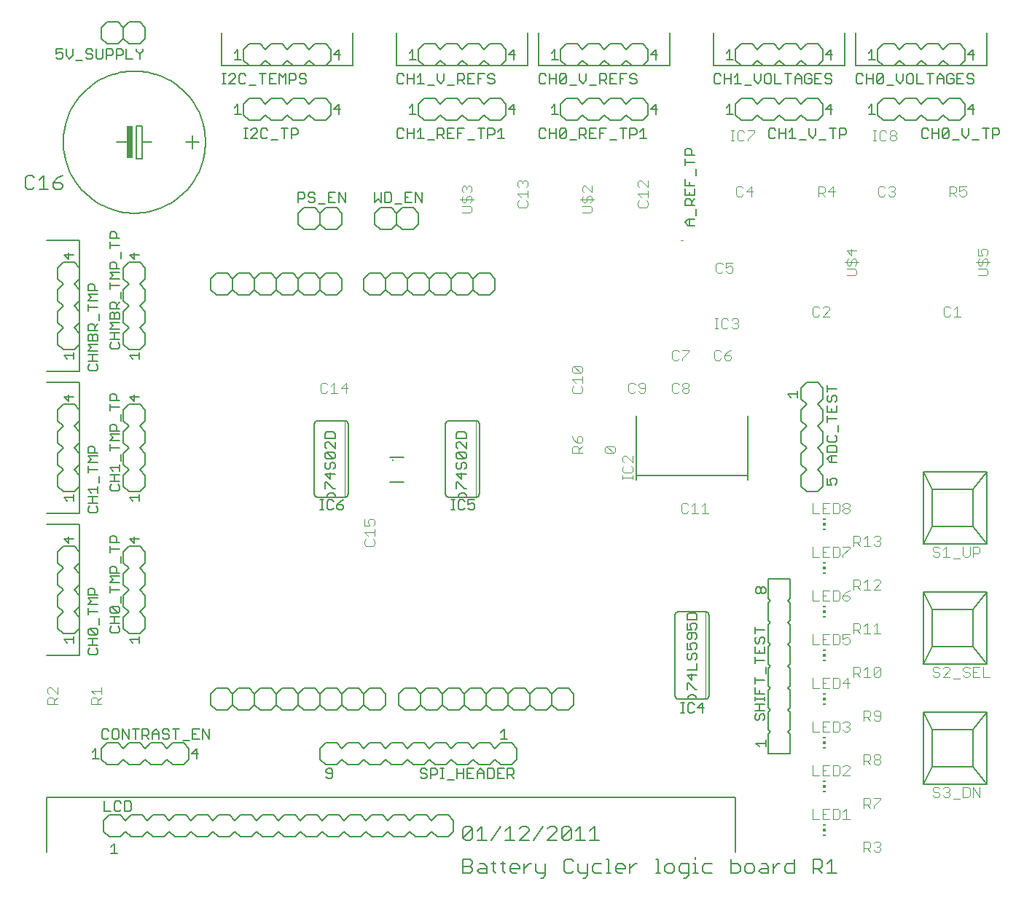
<source format=gto>
G75*
G70*
%OFA0B0*%
%FSLAX24Y24*%
%IPPOS*%
%LPD*%
%AMOC8*
5,1,8,0,0,1.08239X$1,22.5*
%
%ADD10C,0.0060*%
%ADD11C,0.0080*%
%ADD12C,0.0040*%
%ADD13C,0.0079*%
%ADD14C,0.0050*%
%ADD15C,0.0020*%
%ADD16C,0.0000*%
%ADD17R,0.0118X0.0059*%
%ADD18R,0.0118X0.0118*%
%ADD19C,0.0070*%
%ADD20R,0.0250X0.1500*%
D10*
X003872Y002551D02*
X004122Y002301D01*
X004622Y002301D01*
X004872Y002551D01*
X005122Y002301D01*
X005622Y002301D01*
X005872Y002551D01*
X006122Y002301D01*
X006622Y002301D01*
X006872Y002551D01*
X007122Y002301D01*
X007622Y002301D01*
X007872Y002551D01*
X008122Y002301D01*
X008622Y002301D01*
X008872Y002551D01*
X009122Y002301D01*
X009622Y002301D01*
X009872Y002551D01*
X010122Y002301D01*
X010622Y002301D01*
X010872Y002551D01*
X011122Y002301D01*
X011622Y002301D01*
X011872Y002551D01*
X012122Y002301D01*
X012622Y002301D01*
X012872Y002551D01*
X013122Y002301D01*
X013622Y002301D01*
X013872Y002551D01*
X014122Y002301D01*
X014622Y002301D01*
X014872Y002551D01*
X015122Y002301D01*
X015622Y002301D01*
X015872Y002551D01*
X016122Y002301D01*
X016622Y002301D01*
X016872Y002551D01*
X017122Y002301D01*
X017622Y002301D01*
X017872Y002551D01*
X018122Y002301D01*
X018622Y002301D01*
X018872Y002551D01*
X019122Y002301D01*
X019622Y002301D01*
X019872Y002551D01*
X019872Y003051D01*
X019622Y003301D01*
X019122Y003301D01*
X018872Y003051D01*
X018622Y003301D01*
X018122Y003301D01*
X017872Y003051D01*
X017622Y003301D01*
X017122Y003301D01*
X016872Y003051D01*
X016622Y003301D01*
X016122Y003301D01*
X015872Y003051D01*
X015622Y003301D01*
X015122Y003301D01*
X014872Y003051D01*
X014622Y003301D01*
X014122Y003301D01*
X013872Y003051D01*
X013622Y003301D01*
X013122Y003301D01*
X012872Y003051D01*
X012622Y003301D01*
X012122Y003301D01*
X011872Y003051D01*
X011622Y003301D01*
X011122Y003301D01*
X010872Y003051D01*
X010622Y003301D01*
X010122Y003301D01*
X009872Y003051D01*
X009622Y003301D01*
X009122Y003301D01*
X008872Y003051D01*
X008622Y003301D01*
X008122Y003301D01*
X007872Y003051D01*
X007622Y003301D01*
X007122Y003301D01*
X006872Y003051D01*
X006622Y003301D01*
X006122Y003301D01*
X005872Y003051D01*
X005622Y003301D01*
X005122Y003301D01*
X004872Y003051D01*
X004622Y003301D01*
X004122Y003301D01*
X003872Y003051D01*
X003872Y002551D01*
X004022Y005601D02*
X004522Y005601D01*
X004772Y005851D01*
X005022Y005601D01*
X005522Y005601D01*
X005772Y005851D01*
X006022Y005601D01*
X006522Y005601D01*
X006772Y005851D01*
X007022Y005601D01*
X007522Y005601D01*
X007772Y005851D01*
X007772Y006351D01*
X007522Y006601D01*
X007022Y006601D01*
X006772Y006351D01*
X006522Y006601D01*
X006022Y006601D01*
X005772Y006351D01*
X005522Y006601D01*
X005022Y006601D01*
X004772Y006351D01*
X004522Y006601D01*
X004022Y006601D01*
X003772Y006351D01*
X003772Y005851D01*
X004022Y005601D01*
X008772Y008351D02*
X008772Y008851D01*
X009022Y009101D01*
X009522Y009101D01*
X009772Y008851D01*
X010022Y009101D01*
X010522Y009101D01*
X010772Y008851D01*
X011022Y009101D01*
X011522Y009101D01*
X011772Y008851D01*
X012022Y009101D01*
X012522Y009101D01*
X012772Y008851D01*
X013022Y009101D01*
X013522Y009101D01*
X013772Y008851D01*
X014022Y009101D01*
X014522Y009101D01*
X014772Y008851D01*
X015022Y009101D01*
X015522Y009101D01*
X015772Y008851D01*
X016022Y009101D01*
X016522Y009101D01*
X016772Y008851D01*
X016772Y008351D01*
X016522Y008101D01*
X016022Y008101D01*
X015772Y008351D01*
X015522Y008101D01*
X015022Y008101D01*
X014772Y008351D01*
X014772Y008851D01*
X014772Y008351D02*
X014522Y008101D01*
X014022Y008101D01*
X013772Y008351D01*
X013522Y008101D01*
X013022Y008101D01*
X012772Y008351D01*
X012522Y008101D01*
X012022Y008101D01*
X011772Y008351D01*
X011772Y008851D01*
X011772Y008351D02*
X011522Y008101D01*
X011022Y008101D01*
X010772Y008351D01*
X010522Y008101D01*
X010022Y008101D01*
X009772Y008351D01*
X009522Y008101D01*
X009022Y008101D01*
X008772Y008351D01*
X009772Y008351D02*
X009772Y008851D01*
X010772Y008851D02*
X010772Y008351D01*
X012772Y008351D02*
X012772Y008851D01*
X013772Y008851D02*
X013772Y008351D01*
X014022Y006601D02*
X014522Y006601D01*
X014772Y006351D01*
X015022Y006601D01*
X015522Y006601D01*
X015772Y006351D01*
X016022Y006601D01*
X016522Y006601D01*
X016772Y006351D01*
X017022Y006601D01*
X017522Y006601D01*
X017772Y006351D01*
X018022Y006601D01*
X018522Y006601D01*
X018772Y006351D01*
X019022Y006601D01*
X019522Y006601D01*
X019772Y006351D01*
X020022Y006601D01*
X020522Y006601D01*
X020772Y006351D01*
X021022Y006601D01*
X021522Y006601D01*
X021772Y006351D01*
X022022Y006601D01*
X022522Y006601D01*
X022772Y006351D01*
X022772Y005851D01*
X022522Y005601D01*
X022022Y005601D01*
X021772Y005851D01*
X021522Y005601D01*
X021022Y005601D01*
X020772Y005851D01*
X020522Y005601D01*
X020022Y005601D01*
X019772Y005851D01*
X019522Y005601D01*
X019022Y005601D01*
X018772Y005851D01*
X018522Y005601D01*
X018022Y005601D01*
X017772Y005851D01*
X017522Y005601D01*
X017022Y005601D01*
X016772Y005851D01*
X016522Y005601D01*
X016022Y005601D01*
X015772Y005851D01*
X015522Y005601D01*
X015022Y005601D01*
X014772Y005851D01*
X014522Y005601D01*
X014022Y005601D01*
X013772Y005851D01*
X013772Y006351D01*
X014022Y006601D01*
X015772Y008351D02*
X015772Y008851D01*
X017372Y008851D02*
X017372Y008351D01*
X017622Y008101D01*
X018122Y008101D01*
X018372Y008351D01*
X018372Y008851D01*
X018122Y009101D01*
X017622Y009101D01*
X017372Y008851D01*
X018372Y008851D02*
X018622Y009101D01*
X019122Y009101D01*
X019372Y008851D01*
X019622Y009101D01*
X020122Y009101D01*
X020372Y008851D01*
X020622Y009101D01*
X021122Y009101D01*
X021372Y008851D01*
X021622Y009101D01*
X022122Y009101D01*
X022372Y008851D01*
X022622Y009101D01*
X023122Y009101D01*
X023372Y008851D01*
X023622Y009101D01*
X024122Y009101D01*
X024372Y008851D01*
X024622Y009101D01*
X025122Y009101D01*
X025372Y008851D01*
X025372Y008351D01*
X025122Y008101D01*
X024622Y008101D01*
X024372Y008351D01*
X024122Y008101D01*
X023622Y008101D01*
X023372Y008351D01*
X023372Y008851D01*
X023372Y008351D02*
X023122Y008101D01*
X022622Y008101D01*
X022372Y008351D01*
X022122Y008101D01*
X021622Y008101D01*
X021372Y008351D01*
X021122Y008101D01*
X020622Y008101D01*
X020372Y008351D01*
X020372Y008851D01*
X020372Y008351D02*
X020122Y008101D01*
X019622Y008101D01*
X019372Y008351D01*
X019122Y008101D01*
X018622Y008101D01*
X018372Y008351D01*
X019372Y008351D02*
X019372Y008851D01*
X021372Y008851D02*
X021372Y008351D01*
X022372Y008351D02*
X022372Y008851D01*
X024372Y008851D02*
X024372Y008351D01*
X030002Y008751D02*
X030002Y012451D01*
X030004Y012474D01*
X030009Y012497D01*
X030018Y012519D01*
X030031Y012539D01*
X030046Y012557D01*
X030064Y012572D01*
X030084Y012585D01*
X030106Y012594D01*
X030129Y012599D01*
X030152Y012601D01*
X031392Y012601D01*
X031415Y012599D01*
X031438Y012594D01*
X031460Y012585D01*
X031480Y012572D01*
X031498Y012557D01*
X031513Y012539D01*
X031526Y012519D01*
X031535Y012497D01*
X031540Y012474D01*
X031542Y012451D01*
X031542Y008751D01*
X031540Y008728D01*
X031535Y008705D01*
X031526Y008683D01*
X031513Y008663D01*
X031498Y008645D01*
X031480Y008630D01*
X031460Y008617D01*
X031438Y008608D01*
X031415Y008603D01*
X031392Y008601D01*
X030972Y008601D01*
X030572Y008601D01*
X030152Y008601D01*
X030129Y008603D01*
X030106Y008608D01*
X030084Y008617D01*
X030064Y008630D01*
X030046Y008645D01*
X030031Y008663D01*
X030018Y008683D01*
X030009Y008705D01*
X030004Y008728D01*
X030002Y008751D01*
X030572Y008601D02*
X030574Y008628D01*
X030579Y008655D01*
X030589Y008681D01*
X030601Y008705D01*
X030617Y008727D01*
X030635Y008747D01*
X030657Y008764D01*
X030680Y008779D01*
X030705Y008789D01*
X030731Y008797D01*
X030758Y008801D01*
X030786Y008801D01*
X030813Y008797D01*
X030839Y008789D01*
X030864Y008779D01*
X030887Y008764D01*
X030909Y008747D01*
X030927Y008727D01*
X030943Y008705D01*
X030955Y008681D01*
X030965Y008655D01*
X030970Y008628D01*
X030972Y008601D01*
X034272Y009001D02*
X034272Y008201D01*
X034372Y008101D01*
X034272Y008001D01*
X034272Y007201D01*
X034372Y007101D01*
X034272Y007001D01*
X034272Y006101D01*
X035272Y006101D01*
X035272Y007001D01*
X035172Y007101D01*
X035272Y007201D01*
X035272Y008001D01*
X035172Y008101D01*
X035272Y008201D01*
X035272Y009001D01*
X035172Y009101D01*
X035272Y009201D01*
X035272Y010001D01*
X035172Y010101D01*
X035272Y010201D01*
X035272Y011001D01*
X035172Y011101D01*
X035272Y011201D01*
X035272Y012001D01*
X035172Y012101D01*
X035272Y012201D01*
X035272Y013001D01*
X035172Y013101D01*
X035272Y013201D01*
X035272Y014101D01*
X034272Y014101D01*
X034272Y013201D01*
X034372Y013101D01*
X034272Y013001D01*
X034272Y012201D01*
X034372Y012101D01*
X034272Y012001D01*
X034272Y011201D01*
X034372Y011101D01*
X034272Y011001D01*
X034272Y010201D01*
X034372Y010101D01*
X034272Y010001D01*
X034272Y009201D01*
X034372Y009101D01*
X034272Y009001D01*
X026316Y002771D02*
X026316Y002131D01*
X026103Y002131D02*
X026530Y002131D01*
X026103Y002558D02*
X026316Y002771D01*
X025885Y002131D02*
X025458Y002131D01*
X025672Y002131D02*
X025672Y002771D01*
X025458Y002558D01*
X025241Y002665D02*
X025241Y002238D01*
X025134Y002131D01*
X024921Y002131D01*
X024814Y002238D01*
X025241Y002665D01*
X025134Y002771D01*
X024921Y002771D01*
X024814Y002665D01*
X024814Y002238D01*
X024596Y002131D02*
X024169Y002131D01*
X024596Y002558D01*
X024596Y002665D01*
X024490Y002771D01*
X024276Y002771D01*
X024169Y002665D01*
X023952Y002771D02*
X023525Y002131D01*
X023307Y002131D02*
X022880Y002131D01*
X023307Y002558D01*
X023307Y002665D01*
X023200Y002771D01*
X022987Y002771D01*
X022880Y002665D01*
X022449Y002771D02*
X022449Y002131D01*
X022236Y002131D02*
X022663Y002131D01*
X022236Y002558D02*
X022449Y002771D01*
X022018Y002771D02*
X021591Y002131D01*
X021374Y002131D02*
X020947Y002131D01*
X021160Y002131D02*
X021160Y002771D01*
X020947Y002558D01*
X020729Y002665D02*
X020729Y002238D01*
X020622Y002131D01*
X020409Y002131D01*
X020302Y002238D01*
X020729Y002665D01*
X020622Y002771D01*
X020409Y002771D01*
X020302Y002665D01*
X020302Y002238D01*
X020302Y001271D02*
X020622Y001271D01*
X020729Y001165D01*
X020729Y001058D01*
X020622Y000951D01*
X020302Y000951D01*
X020302Y000631D02*
X020622Y000631D01*
X020729Y000738D01*
X020729Y000844D01*
X020622Y000951D01*
X020947Y000738D02*
X021053Y000844D01*
X021374Y000844D01*
X021374Y000951D02*
X021374Y000631D01*
X021053Y000631D01*
X020947Y000738D01*
X021053Y001058D02*
X021267Y001058D01*
X021374Y000951D01*
X021591Y001058D02*
X021805Y001058D01*
X021698Y001165D02*
X021698Y000738D01*
X021805Y000631D01*
X022128Y000738D02*
X022234Y000631D01*
X022128Y000738D02*
X022128Y001165D01*
X022234Y001058D02*
X022021Y001058D01*
X022451Y000951D02*
X022451Y000738D01*
X022557Y000631D01*
X022771Y000631D01*
X022878Y000844D02*
X022451Y000844D01*
X022451Y000951D02*
X022557Y001058D01*
X022771Y001058D01*
X022878Y000951D01*
X022878Y000844D01*
X023095Y000844D02*
X023309Y001058D01*
X023415Y001058D01*
X023632Y001058D02*
X023632Y000738D01*
X023739Y000631D01*
X024059Y000631D01*
X024059Y000524D02*
X023952Y000417D01*
X023846Y000417D01*
X024059Y000524D02*
X024059Y001058D01*
X024921Y001165D02*
X024921Y000738D01*
X025028Y000631D01*
X025241Y000631D01*
X025348Y000738D01*
X025566Y000738D02*
X025672Y000631D01*
X025993Y000631D01*
X025993Y000524D02*
X025886Y000417D01*
X025779Y000417D01*
X025993Y000524D02*
X025993Y001058D01*
X026210Y000951D02*
X026210Y000738D01*
X026317Y000631D01*
X026637Y000631D01*
X026855Y000631D02*
X027068Y000631D01*
X026962Y000631D02*
X026962Y001271D01*
X026855Y001271D01*
X026637Y001058D02*
X026317Y001058D01*
X026210Y000951D01*
X025566Y001058D02*
X025566Y000738D01*
X025348Y001165D02*
X025241Y001271D01*
X025028Y001271D01*
X024921Y001165D01*
X023095Y001058D02*
X023095Y000631D01*
X020302Y000631D02*
X020302Y001271D01*
X027284Y000951D02*
X027284Y000738D01*
X027391Y000631D01*
X027605Y000631D01*
X027711Y000844D02*
X027284Y000844D01*
X027284Y000951D02*
X027391Y001058D01*
X027605Y001058D01*
X027711Y000951D01*
X027711Y000844D01*
X027929Y000844D02*
X028143Y001058D01*
X028249Y001058D01*
X027929Y001058D02*
X027929Y000631D01*
X029111Y000631D02*
X029324Y000631D01*
X029217Y000631D02*
X029217Y001271D01*
X029111Y001271D01*
X029540Y000951D02*
X029540Y000738D01*
X029647Y000631D01*
X029861Y000631D01*
X029967Y000738D01*
X029967Y000951D01*
X029861Y001058D01*
X029647Y001058D01*
X029540Y000951D01*
X030185Y000951D02*
X030185Y000738D01*
X030292Y000631D01*
X030612Y000631D01*
X030612Y000524D02*
X030612Y001058D01*
X030292Y001058D01*
X030185Y000951D01*
X030398Y000417D02*
X030505Y000417D01*
X030612Y000524D01*
X030829Y000631D02*
X031043Y000631D01*
X030936Y000631D02*
X030936Y001058D01*
X030829Y001058D01*
X030936Y001271D02*
X030936Y001378D01*
X031259Y000951D02*
X031259Y000738D01*
X031366Y000631D01*
X031686Y000631D01*
X031686Y001058D02*
X031366Y001058D01*
X031259Y000951D01*
X032548Y001058D02*
X032868Y001058D01*
X032975Y000951D01*
X032975Y000738D01*
X032868Y000631D01*
X032548Y000631D01*
X032548Y001271D01*
X033193Y000951D02*
X033193Y000738D01*
X033299Y000631D01*
X033513Y000631D01*
X033620Y000738D01*
X033620Y000951D01*
X033513Y001058D01*
X033299Y001058D01*
X033193Y000951D01*
X033837Y000738D02*
X033944Y000844D01*
X034264Y000844D01*
X034264Y000951D02*
X034264Y000631D01*
X033944Y000631D01*
X033837Y000738D01*
X033944Y001058D02*
X034157Y001058D01*
X034264Y000951D01*
X034482Y000844D02*
X034695Y001058D01*
X034802Y001058D01*
X035019Y000951D02*
X035126Y001058D01*
X035446Y001058D01*
X035446Y001271D02*
X035446Y000631D01*
X035126Y000631D01*
X035019Y000738D01*
X035019Y000951D01*
X034482Y001058D02*
X034482Y000631D01*
X036308Y000631D02*
X036308Y001271D01*
X036628Y001271D01*
X036735Y001165D01*
X036735Y000951D01*
X036628Y000844D01*
X036308Y000844D01*
X036521Y000844D02*
X036735Y000631D01*
X036952Y000631D02*
X037379Y000631D01*
X037166Y000631D02*
X037166Y001271D01*
X036952Y001058D01*
X020892Y017851D02*
X020472Y017851D01*
X020072Y017851D01*
X019652Y017851D01*
X019629Y017853D01*
X019606Y017858D01*
X019584Y017867D01*
X019564Y017880D01*
X019546Y017895D01*
X019531Y017913D01*
X019518Y017933D01*
X019509Y017955D01*
X019504Y017978D01*
X019502Y018001D01*
X019502Y021201D01*
X019504Y021224D01*
X019509Y021247D01*
X019518Y021269D01*
X019531Y021289D01*
X019546Y021307D01*
X019564Y021322D01*
X019584Y021335D01*
X019606Y021344D01*
X019629Y021349D01*
X019652Y021351D01*
X020892Y021351D01*
X020915Y021349D01*
X020938Y021344D01*
X020960Y021335D01*
X020980Y021322D01*
X020998Y021307D01*
X021013Y021289D01*
X021026Y021269D01*
X021035Y021247D01*
X021040Y021224D01*
X021042Y021201D01*
X021042Y018001D01*
X021040Y017978D01*
X021035Y017955D01*
X021026Y017933D01*
X021013Y017913D01*
X020998Y017895D01*
X020980Y017880D01*
X020960Y017867D01*
X020938Y017858D01*
X020915Y017853D01*
X020892Y017851D01*
X020472Y017851D02*
X020470Y017878D01*
X020465Y017905D01*
X020455Y017931D01*
X020443Y017955D01*
X020427Y017977D01*
X020409Y017997D01*
X020387Y018014D01*
X020364Y018029D01*
X020339Y018039D01*
X020313Y018047D01*
X020286Y018051D01*
X020258Y018051D01*
X020231Y018047D01*
X020205Y018039D01*
X020180Y018029D01*
X020157Y018014D01*
X020135Y017997D01*
X020117Y017977D01*
X020101Y017955D01*
X020089Y017931D01*
X020079Y017905D01*
X020074Y017878D01*
X020072Y017851D01*
X017580Y018541D02*
X016965Y018541D01*
X016965Y019661D02*
X017580Y019661D01*
X015042Y021201D02*
X015042Y018001D01*
X015040Y017978D01*
X015035Y017955D01*
X015026Y017933D01*
X015013Y017913D01*
X014998Y017895D01*
X014980Y017880D01*
X014960Y017867D01*
X014938Y017858D01*
X014915Y017853D01*
X014892Y017851D01*
X014472Y017851D01*
X014072Y017851D01*
X013652Y017851D01*
X013629Y017853D01*
X013606Y017858D01*
X013584Y017867D01*
X013564Y017880D01*
X013546Y017895D01*
X013531Y017913D01*
X013518Y017933D01*
X013509Y017955D01*
X013504Y017978D01*
X013502Y018001D01*
X013502Y021201D01*
X013504Y021224D01*
X013509Y021247D01*
X013518Y021269D01*
X013531Y021289D01*
X013546Y021307D01*
X013564Y021322D01*
X013584Y021335D01*
X013606Y021344D01*
X013629Y021349D01*
X013652Y021351D01*
X014892Y021351D01*
X014915Y021349D01*
X014938Y021344D01*
X014960Y021335D01*
X014980Y021322D01*
X014998Y021307D01*
X015013Y021289D01*
X015026Y021269D01*
X015035Y021247D01*
X015040Y021224D01*
X015042Y021201D01*
X014472Y017851D02*
X014470Y017878D01*
X014465Y017905D01*
X014455Y017931D01*
X014443Y017955D01*
X014427Y017977D01*
X014409Y017997D01*
X014387Y018014D01*
X014364Y018029D01*
X014339Y018039D01*
X014313Y018047D01*
X014286Y018051D01*
X014258Y018051D01*
X014231Y018047D01*
X014205Y018039D01*
X014180Y018029D01*
X014157Y018014D01*
X014135Y017997D01*
X014117Y017977D01*
X014101Y017955D01*
X014089Y017931D01*
X014079Y017905D01*
X014074Y017878D01*
X014072Y017851D01*
X005772Y018351D02*
X005772Y018851D01*
X005522Y019101D01*
X005772Y019351D01*
X005772Y019851D01*
X005522Y020101D01*
X005772Y020351D01*
X005772Y020851D01*
X005522Y021101D01*
X005772Y021351D01*
X005772Y021851D01*
X005522Y022101D01*
X005022Y022101D01*
X004772Y021851D01*
X004772Y021351D01*
X005022Y021101D01*
X004772Y020851D01*
X004772Y020351D01*
X005022Y020101D01*
X004772Y019851D01*
X004772Y019351D01*
X005022Y019101D01*
X004772Y018851D01*
X004772Y018351D01*
X005022Y018101D01*
X005522Y018101D01*
X005772Y018351D01*
X002772Y018351D02*
X002772Y018851D01*
X002522Y019101D01*
X002772Y019351D01*
X002772Y019851D01*
X002522Y020101D01*
X002772Y020351D01*
X002772Y020851D01*
X002522Y021101D01*
X002772Y021351D01*
X002772Y021851D01*
X002522Y022101D01*
X002022Y022101D01*
X001772Y021851D01*
X001772Y021351D01*
X002022Y021101D01*
X001772Y020851D01*
X001772Y020351D01*
X002022Y020101D01*
X001772Y019851D01*
X001772Y019351D01*
X002022Y019101D01*
X001772Y018851D01*
X001772Y018351D01*
X002022Y018101D01*
X002522Y018101D01*
X002772Y018351D01*
X002522Y015601D02*
X002022Y015601D01*
X001772Y015351D01*
X001772Y014851D01*
X002022Y014601D01*
X001772Y014351D01*
X001772Y013851D01*
X002022Y013601D01*
X001772Y013351D01*
X001772Y012851D01*
X002022Y012601D01*
X001772Y012351D01*
X001772Y011851D01*
X002022Y011601D01*
X002522Y011601D01*
X002772Y011851D01*
X002772Y012351D01*
X002522Y012601D01*
X002772Y012851D01*
X002772Y013351D01*
X002522Y013601D01*
X002772Y013851D01*
X002772Y014351D01*
X002522Y014601D01*
X002772Y014851D01*
X002772Y015351D01*
X002522Y015601D01*
X004772Y015351D02*
X004772Y014851D01*
X005022Y014601D01*
X004772Y014351D01*
X004772Y013851D01*
X005022Y013601D01*
X004772Y013351D01*
X004772Y012851D01*
X005022Y012601D01*
X004772Y012351D01*
X004772Y011851D01*
X005022Y011601D01*
X005522Y011601D01*
X005772Y011851D01*
X005772Y012351D01*
X005522Y012601D01*
X005772Y012851D01*
X005772Y013351D01*
X005522Y013601D01*
X005772Y013851D01*
X005772Y014351D01*
X005522Y014601D01*
X005772Y014851D01*
X005772Y015351D01*
X005522Y015601D01*
X005022Y015601D01*
X004772Y015351D01*
X005022Y024601D02*
X004772Y024851D01*
X004772Y025351D01*
X005022Y025601D01*
X004772Y025851D01*
X004772Y026351D01*
X005022Y026601D01*
X004772Y026851D01*
X004772Y027351D01*
X005022Y027601D01*
X004772Y027851D01*
X004772Y028351D01*
X005022Y028601D01*
X005522Y028601D01*
X005772Y028351D01*
X005772Y027851D01*
X005522Y027601D01*
X005772Y027351D01*
X005772Y026851D01*
X005522Y026601D01*
X005772Y026351D01*
X005772Y025851D01*
X005522Y025601D01*
X005772Y025351D01*
X005772Y024851D01*
X005522Y024601D01*
X005022Y024601D01*
X002772Y024851D02*
X002772Y025351D01*
X002522Y025601D01*
X002772Y025851D01*
X002772Y026351D01*
X002522Y026601D01*
X002772Y026851D01*
X002772Y027351D01*
X002522Y027601D01*
X002772Y027851D01*
X002772Y028351D01*
X002522Y028601D01*
X002022Y028601D01*
X001772Y028351D01*
X001772Y027851D01*
X002022Y027601D01*
X001772Y027351D01*
X001772Y026851D01*
X002022Y026601D01*
X001772Y026351D01*
X001772Y025851D01*
X002022Y025601D01*
X001772Y025351D01*
X001772Y024851D01*
X002022Y024601D01*
X002522Y024601D01*
X002772Y024851D01*
X008772Y027351D02*
X009022Y027101D01*
X009522Y027101D01*
X009772Y027351D01*
X009772Y027851D01*
X009522Y028101D01*
X009022Y028101D01*
X008772Y027851D01*
X008772Y027351D01*
X009772Y027351D02*
X010022Y027101D01*
X010522Y027101D01*
X010772Y027351D01*
X010772Y027851D01*
X011022Y028101D01*
X011522Y028101D01*
X011772Y027851D01*
X012022Y028101D01*
X012522Y028101D01*
X012772Y027851D01*
X013022Y028101D01*
X013522Y028101D01*
X013772Y027851D01*
X014022Y028101D01*
X014522Y028101D01*
X014772Y027851D01*
X014772Y027351D01*
X014522Y027101D01*
X014022Y027101D01*
X013772Y027351D01*
X013772Y027851D01*
X013772Y027351D02*
X013522Y027101D01*
X013022Y027101D01*
X012772Y027351D01*
X012522Y027101D01*
X012022Y027101D01*
X011772Y027351D01*
X011522Y027101D01*
X011022Y027101D01*
X010772Y027351D01*
X010772Y027851D02*
X010522Y028101D01*
X010022Y028101D01*
X009772Y027851D01*
X011772Y027851D02*
X011772Y027351D01*
X012772Y027351D02*
X012772Y027851D01*
X013022Y030101D02*
X013522Y030101D01*
X013772Y030351D01*
X014022Y030101D01*
X014522Y030101D01*
X014772Y030351D01*
X014772Y030851D01*
X014522Y031101D01*
X014022Y031101D01*
X013772Y030851D01*
X013772Y030351D01*
X013772Y030851D02*
X013522Y031101D01*
X013022Y031101D01*
X012772Y030851D01*
X012772Y030351D01*
X013022Y030101D01*
X015772Y027851D02*
X015772Y027351D01*
X016022Y027101D01*
X016522Y027101D01*
X016772Y027351D01*
X016772Y027851D01*
X016522Y028101D01*
X016022Y028101D01*
X015772Y027851D01*
X016772Y027851D02*
X017022Y028101D01*
X017522Y028101D01*
X017772Y027851D01*
X018022Y028101D01*
X018522Y028101D01*
X018772Y027851D01*
X019022Y028101D01*
X019522Y028101D01*
X019772Y027851D01*
X020022Y028101D01*
X020522Y028101D01*
X020772Y027851D01*
X021022Y028101D01*
X021522Y028101D01*
X021772Y027851D01*
X021772Y027351D01*
X021522Y027101D01*
X021022Y027101D01*
X020772Y027351D01*
X020772Y027851D01*
X020772Y027351D02*
X020522Y027101D01*
X020022Y027101D01*
X019772Y027351D01*
X019522Y027101D01*
X019022Y027101D01*
X018772Y027351D01*
X018522Y027101D01*
X018022Y027101D01*
X017772Y027351D01*
X017772Y027851D01*
X017772Y027351D02*
X017522Y027101D01*
X017022Y027101D01*
X016772Y027351D01*
X018772Y027351D02*
X018772Y027851D01*
X019772Y027851D02*
X019772Y027351D01*
X018022Y030101D02*
X017522Y030101D01*
X017272Y030351D01*
X017022Y030101D01*
X016522Y030101D01*
X016272Y030351D01*
X016272Y030851D01*
X016522Y031101D01*
X017022Y031101D01*
X017272Y030851D01*
X017522Y031101D01*
X018022Y031101D01*
X018272Y030851D01*
X018272Y030351D01*
X018022Y030101D01*
X017272Y030351D02*
X017272Y030851D01*
X018522Y035101D02*
X019022Y035101D01*
X019272Y035351D01*
X019522Y035101D01*
X020022Y035101D01*
X020272Y035351D01*
X020522Y035101D01*
X021022Y035101D01*
X021272Y035351D01*
X021522Y035101D01*
X022022Y035101D01*
X022272Y035351D01*
X022272Y035851D01*
X022022Y036101D01*
X021522Y036101D01*
X021272Y035851D01*
X021022Y036101D01*
X020522Y036101D01*
X020272Y035851D01*
X020022Y036101D01*
X019522Y036101D01*
X019272Y035851D01*
X019022Y036101D01*
X018522Y036101D01*
X018272Y035851D01*
X018272Y035351D01*
X018522Y035101D01*
X018522Y037601D02*
X019022Y037601D01*
X019272Y037851D01*
X019522Y037601D01*
X020022Y037601D01*
X020272Y037851D01*
X020522Y037601D01*
X021022Y037601D01*
X021272Y037851D01*
X021522Y037601D01*
X022022Y037601D01*
X022272Y037851D01*
X022272Y038351D01*
X022022Y038601D01*
X021522Y038601D01*
X021272Y038351D01*
X021022Y038601D01*
X020522Y038601D01*
X020272Y038351D01*
X020022Y038601D01*
X019522Y038601D01*
X019272Y038351D01*
X019022Y038601D01*
X018522Y038601D01*
X018272Y038351D01*
X018272Y037851D01*
X018522Y037601D01*
X014272Y037851D02*
X014022Y037601D01*
X013522Y037601D01*
X013272Y037851D01*
X013022Y037601D01*
X012522Y037601D01*
X012272Y037851D01*
X012022Y037601D01*
X011522Y037601D01*
X011272Y037851D01*
X011022Y037601D01*
X010522Y037601D01*
X010272Y037851D01*
X010272Y038351D01*
X010522Y038601D01*
X011022Y038601D01*
X011272Y038351D01*
X011522Y038601D01*
X012022Y038601D01*
X012272Y038351D01*
X012522Y038601D01*
X013022Y038601D01*
X013272Y038351D01*
X013522Y038601D01*
X014022Y038601D01*
X014272Y038351D01*
X014272Y037851D01*
X014022Y036101D02*
X013522Y036101D01*
X013272Y035851D01*
X013022Y036101D01*
X012522Y036101D01*
X012272Y035851D01*
X012022Y036101D01*
X011522Y036101D01*
X011272Y035851D01*
X011022Y036101D01*
X010522Y036101D01*
X010272Y035851D01*
X010272Y035351D01*
X010522Y035101D01*
X011022Y035101D01*
X011272Y035351D01*
X011522Y035101D01*
X012022Y035101D01*
X012272Y035351D01*
X012522Y035101D01*
X013022Y035101D01*
X013272Y035351D01*
X013522Y035101D01*
X014022Y035101D01*
X014272Y035351D01*
X014272Y035851D01*
X014022Y036101D01*
X008222Y034101D02*
X007622Y034101D01*
X007922Y034401D02*
X007922Y033801D01*
X006072Y034101D02*
X005622Y034101D01*
X005622Y034851D01*
X005372Y034851D01*
X005372Y033351D01*
X005622Y033351D01*
X005622Y034101D01*
X002022Y034101D02*
X002026Y034260D01*
X002038Y034420D01*
X002057Y034578D01*
X002084Y034735D01*
X002119Y034891D01*
X002162Y035044D01*
X002212Y035196D01*
X002269Y035345D01*
X002334Y035491D01*
X002406Y035633D01*
X002484Y035772D01*
X002570Y035907D01*
X002662Y036037D01*
X002760Y036163D01*
X002864Y036284D01*
X002974Y036399D01*
X003089Y036509D01*
X003210Y036613D01*
X003336Y036711D01*
X003466Y036803D01*
X003601Y036889D01*
X003740Y036967D01*
X003882Y037039D01*
X004028Y037104D01*
X004177Y037161D01*
X004329Y037211D01*
X004482Y037254D01*
X004638Y037289D01*
X004795Y037316D01*
X004953Y037335D01*
X005113Y037347D01*
X005272Y037351D01*
X005431Y037347D01*
X005591Y037335D01*
X005749Y037316D01*
X005906Y037289D01*
X006062Y037254D01*
X006215Y037211D01*
X006367Y037161D01*
X006516Y037104D01*
X006662Y037039D01*
X006804Y036967D01*
X006943Y036889D01*
X007078Y036803D01*
X007208Y036711D01*
X007334Y036613D01*
X007455Y036509D01*
X007570Y036399D01*
X007680Y036284D01*
X007784Y036163D01*
X007882Y036037D01*
X007974Y035907D01*
X008060Y035772D01*
X008138Y035633D01*
X008210Y035491D01*
X008275Y035345D01*
X008332Y035196D01*
X008382Y035044D01*
X008425Y034891D01*
X008460Y034735D01*
X008487Y034578D01*
X008506Y034420D01*
X008518Y034260D01*
X008522Y034101D01*
X008518Y033942D01*
X008506Y033782D01*
X008487Y033624D01*
X008460Y033467D01*
X008425Y033311D01*
X008382Y033158D01*
X008332Y033006D01*
X008275Y032857D01*
X008210Y032711D01*
X008138Y032569D01*
X008060Y032430D01*
X007974Y032295D01*
X007882Y032165D01*
X007784Y032039D01*
X007680Y031918D01*
X007570Y031803D01*
X007455Y031693D01*
X007334Y031589D01*
X007208Y031491D01*
X007078Y031399D01*
X006943Y031313D01*
X006804Y031235D01*
X006662Y031163D01*
X006516Y031098D01*
X006367Y031041D01*
X006215Y030991D01*
X006062Y030948D01*
X005906Y030913D01*
X005749Y030886D01*
X005591Y030867D01*
X005431Y030855D01*
X005272Y030851D01*
X005113Y030855D01*
X004953Y030867D01*
X004795Y030886D01*
X004638Y030913D01*
X004482Y030948D01*
X004329Y030991D01*
X004177Y031041D01*
X004028Y031098D01*
X003882Y031163D01*
X003740Y031235D01*
X003601Y031313D01*
X003466Y031399D01*
X003336Y031491D01*
X003210Y031589D01*
X003089Y031693D01*
X002974Y031803D01*
X002864Y031918D01*
X002760Y032039D01*
X002662Y032165D01*
X002570Y032295D01*
X002484Y032430D01*
X002406Y032569D01*
X002334Y032711D01*
X002269Y032857D01*
X002212Y033006D01*
X002162Y033158D01*
X002119Y033311D01*
X002084Y033467D01*
X002057Y033624D01*
X002038Y033782D01*
X002026Y033942D01*
X002022Y034101D01*
X004472Y034101D02*
X005022Y034101D01*
X005022Y038601D02*
X004772Y038851D01*
X004522Y038601D01*
X004022Y038601D01*
X003772Y038851D01*
X003772Y039351D01*
X004022Y039601D01*
X004522Y039601D01*
X004772Y039351D01*
X005022Y039601D01*
X005522Y039601D01*
X005772Y039351D01*
X005772Y038851D01*
X005522Y038601D01*
X005022Y038601D01*
X004772Y038851D02*
X004772Y039351D01*
X024772Y038351D02*
X024772Y037851D01*
X025022Y037601D01*
X025522Y037601D01*
X025772Y037851D01*
X026022Y037601D01*
X026522Y037601D01*
X026772Y037851D01*
X027022Y037601D01*
X027522Y037601D01*
X027772Y037851D01*
X028022Y037601D01*
X028522Y037601D01*
X028772Y037851D01*
X028772Y038351D01*
X028522Y038601D01*
X028022Y038601D01*
X027772Y038351D01*
X027522Y038601D01*
X027022Y038601D01*
X026772Y038351D01*
X026522Y038601D01*
X026022Y038601D01*
X025772Y038351D01*
X025522Y038601D01*
X025022Y038601D01*
X024772Y038351D01*
X025022Y036101D02*
X024772Y035851D01*
X024772Y035351D01*
X025022Y035101D01*
X025522Y035101D01*
X025772Y035351D01*
X026022Y035101D01*
X026522Y035101D01*
X026772Y035351D01*
X027022Y035101D01*
X027522Y035101D01*
X027772Y035351D01*
X028022Y035101D01*
X028522Y035101D01*
X028772Y035351D01*
X028772Y035851D01*
X028522Y036101D01*
X028022Y036101D01*
X027772Y035851D01*
X027522Y036101D01*
X027022Y036101D01*
X026772Y035851D01*
X026522Y036101D01*
X026022Y036101D01*
X025772Y035851D01*
X025522Y036101D01*
X025022Y036101D01*
X032772Y035851D02*
X032772Y035351D01*
X033022Y035101D01*
X033522Y035101D01*
X033772Y035351D01*
X034022Y035101D01*
X034522Y035101D01*
X034772Y035351D01*
X035022Y035101D01*
X035522Y035101D01*
X035772Y035351D01*
X036022Y035101D01*
X036522Y035101D01*
X036772Y035351D01*
X036772Y035851D01*
X036522Y036101D01*
X036022Y036101D01*
X035772Y035851D01*
X035522Y036101D01*
X035022Y036101D01*
X034772Y035851D01*
X034522Y036101D01*
X034022Y036101D01*
X033772Y035851D01*
X033522Y036101D01*
X033022Y036101D01*
X032772Y035851D01*
X033022Y037601D02*
X033522Y037601D01*
X033772Y037851D01*
X034022Y037601D01*
X034522Y037601D01*
X034772Y037851D01*
X035022Y037601D01*
X035522Y037601D01*
X035772Y037851D01*
X036022Y037601D01*
X036522Y037601D01*
X036772Y037851D01*
X036772Y038351D01*
X036522Y038601D01*
X036022Y038601D01*
X035772Y038351D01*
X035522Y038601D01*
X035022Y038601D01*
X034772Y038351D01*
X034522Y038601D01*
X034022Y038601D01*
X033772Y038351D01*
X033522Y038601D01*
X033022Y038601D01*
X032772Y038351D01*
X032772Y037851D01*
X033022Y037601D01*
X039272Y037851D02*
X039522Y037601D01*
X040022Y037601D01*
X040272Y037851D01*
X040522Y037601D01*
X041022Y037601D01*
X041272Y037851D01*
X041522Y037601D01*
X042022Y037601D01*
X042272Y037851D01*
X042522Y037601D01*
X043022Y037601D01*
X043272Y037851D01*
X043272Y038351D01*
X043022Y038601D01*
X042522Y038601D01*
X042272Y038351D01*
X042022Y038601D01*
X041522Y038601D01*
X041272Y038351D01*
X041022Y038601D01*
X040522Y038601D01*
X040272Y038351D01*
X040022Y038601D01*
X039522Y038601D01*
X039272Y038351D01*
X039272Y037851D01*
X039522Y036101D02*
X039272Y035851D01*
X039272Y035351D01*
X039522Y035101D01*
X040022Y035101D01*
X040272Y035351D01*
X040522Y035101D01*
X041022Y035101D01*
X041272Y035351D01*
X041522Y035101D01*
X042022Y035101D01*
X042272Y035351D01*
X042522Y035101D01*
X043022Y035101D01*
X043272Y035351D01*
X043272Y035851D01*
X043022Y036101D01*
X042522Y036101D01*
X042272Y035851D01*
X042022Y036101D01*
X041522Y036101D01*
X041272Y035851D01*
X041022Y036101D01*
X040522Y036101D01*
X040272Y035851D01*
X040022Y036101D01*
X039522Y036101D01*
X036522Y023101D02*
X036022Y023101D01*
X035772Y022851D01*
X035772Y022351D01*
X036022Y022101D01*
X035772Y021851D01*
X035772Y021351D01*
X036022Y021101D01*
X035772Y020851D01*
X035772Y020351D01*
X036022Y020101D01*
X035772Y019851D01*
X035772Y019351D01*
X036022Y019101D01*
X035772Y018851D01*
X035772Y018351D01*
X036022Y018101D01*
X036522Y018101D01*
X036772Y018351D01*
X036772Y018851D01*
X036522Y019101D01*
X036772Y019351D01*
X036772Y019851D01*
X036522Y020101D01*
X036772Y020351D01*
X036772Y020851D01*
X036522Y021101D01*
X036772Y021351D01*
X036772Y021851D01*
X036522Y022101D01*
X036772Y022351D01*
X036772Y022851D01*
X036522Y023101D01*
D11*
X033315Y021557D02*
X033315Y018841D01*
X033315Y018644D01*
X033315Y018841D02*
X028229Y018841D01*
X028229Y021557D01*
X028229Y018841D02*
X028229Y018644D01*
X041355Y019002D02*
X041355Y015699D01*
X041772Y016501D01*
X043622Y016501D01*
X043622Y018201D01*
X041772Y018201D01*
X041355Y019002D01*
X044272Y019002D01*
X043622Y018201D01*
X044272Y019002D02*
X044272Y015699D01*
X043622Y016501D01*
X044272Y015699D02*
X041355Y015699D01*
X041772Y016501D02*
X041772Y018201D01*
X041355Y013502D02*
X041772Y012701D01*
X043622Y012701D01*
X044272Y013502D01*
X041355Y013502D01*
X041355Y010199D01*
X041772Y011001D01*
X043622Y011001D01*
X043622Y012701D01*
X044272Y013502D02*
X044272Y010199D01*
X043622Y011001D01*
X044272Y010199D02*
X041355Y010199D01*
X041772Y011001D02*
X041772Y012701D01*
X041355Y008002D02*
X041772Y007201D01*
X043622Y007201D01*
X044272Y008002D01*
X041355Y008002D01*
X041355Y004699D01*
X041772Y005501D01*
X043622Y005501D01*
X043622Y007201D01*
X044272Y008002D02*
X044272Y004699D01*
X043622Y005501D01*
X044272Y004699D02*
X041355Y004699D01*
X041772Y005501D02*
X041772Y007201D01*
D12*
X039389Y007697D02*
X039389Y008004D01*
X039312Y008081D01*
X039158Y008081D01*
X039082Y008004D01*
X039082Y007928D01*
X039158Y007851D01*
X039389Y007851D01*
X039389Y007697D02*
X039312Y007621D01*
X039158Y007621D01*
X039082Y007697D01*
X038928Y007621D02*
X038775Y007774D01*
X038852Y007774D02*
X038621Y007774D01*
X038621Y007621D02*
X038621Y008081D01*
X038852Y008081D01*
X038928Y008004D01*
X038928Y007851D01*
X038852Y007774D01*
X037980Y007504D02*
X037980Y007428D01*
X037903Y007351D01*
X037980Y007274D01*
X037980Y007197D01*
X037903Y007121D01*
X037750Y007121D01*
X037673Y007197D01*
X037520Y007197D02*
X037520Y007504D01*
X037443Y007581D01*
X037213Y007581D01*
X037213Y007121D01*
X037443Y007121D01*
X037520Y007197D01*
X037827Y007351D02*
X037903Y007351D01*
X037980Y007504D02*
X037903Y007581D01*
X037750Y007581D01*
X037673Y007504D01*
X037059Y007581D02*
X036752Y007581D01*
X036752Y007121D01*
X037059Y007121D01*
X036906Y007351D02*
X036752Y007351D01*
X036599Y007121D02*
X036292Y007121D01*
X036292Y007581D01*
X036292Y009121D02*
X036599Y009121D01*
X036752Y009121D02*
X037059Y009121D01*
X037213Y009121D02*
X037443Y009121D01*
X037520Y009197D01*
X037520Y009504D01*
X037443Y009581D01*
X037213Y009581D01*
X037213Y009121D01*
X036906Y009351D02*
X036752Y009351D01*
X036752Y009581D02*
X036752Y009121D01*
X036292Y009121D02*
X036292Y009581D01*
X036752Y009581D02*
X037059Y009581D01*
X037673Y009351D02*
X037980Y009351D01*
X037903Y009121D02*
X037903Y009581D01*
X037673Y009351D01*
X038161Y009621D02*
X038161Y010081D01*
X038391Y010081D01*
X038468Y010004D01*
X038468Y009851D01*
X038391Y009774D01*
X038161Y009774D01*
X038314Y009774D02*
X038468Y009621D01*
X038621Y009621D02*
X038928Y009621D01*
X038775Y009621D02*
X038775Y010081D01*
X038621Y009928D01*
X039082Y010004D02*
X039158Y010081D01*
X039312Y010081D01*
X039389Y010004D01*
X039082Y009697D01*
X039158Y009621D01*
X039312Y009621D01*
X039389Y009697D01*
X039389Y010004D01*
X039082Y010004D02*
X039082Y009697D01*
X037903Y011121D02*
X037750Y011121D01*
X037673Y011197D01*
X037520Y011197D02*
X037520Y011504D01*
X037443Y011581D01*
X037213Y011581D01*
X037213Y011121D01*
X037443Y011121D01*
X037520Y011197D01*
X037673Y011351D02*
X037827Y011428D01*
X037903Y011428D01*
X037980Y011351D01*
X037980Y011197D01*
X037903Y011121D01*
X037673Y011351D02*
X037673Y011581D01*
X037980Y011581D01*
X038161Y011621D02*
X038161Y012081D01*
X038391Y012081D01*
X038468Y012004D01*
X038468Y011851D01*
X038391Y011774D01*
X038161Y011774D01*
X038314Y011774D02*
X038468Y011621D01*
X038621Y011621D02*
X038928Y011621D01*
X038775Y011621D02*
X038775Y012081D01*
X038621Y011928D01*
X039082Y011928D02*
X039235Y012081D01*
X039235Y011621D01*
X039082Y011621D02*
X039389Y011621D01*
X037903Y013121D02*
X037980Y013197D01*
X037980Y013274D01*
X037903Y013351D01*
X037673Y013351D01*
X037673Y013197D01*
X037750Y013121D01*
X037903Y013121D01*
X037673Y013351D02*
X037827Y013504D01*
X037980Y013581D01*
X038161Y013621D02*
X038161Y014081D01*
X038391Y014081D01*
X038468Y014004D01*
X038468Y013851D01*
X038391Y013774D01*
X038161Y013774D01*
X038314Y013774D02*
X038468Y013621D01*
X038621Y013621D02*
X038928Y013621D01*
X038775Y013621D02*
X038775Y014081D01*
X038621Y013928D01*
X039082Y014004D02*
X039158Y014081D01*
X039312Y014081D01*
X039389Y014004D01*
X039389Y013928D01*
X039082Y013621D01*
X039389Y013621D01*
X037520Y013504D02*
X037520Y013197D01*
X037443Y013121D01*
X037213Y013121D01*
X037213Y013581D01*
X037443Y013581D01*
X037520Y013504D01*
X037059Y013581D02*
X036752Y013581D01*
X036752Y013121D01*
X037059Y013121D01*
X036906Y013351D02*
X036752Y013351D01*
X036599Y013121D02*
X036292Y013121D01*
X036292Y013581D01*
X036292Y015121D02*
X036599Y015121D01*
X036752Y015121D02*
X037059Y015121D01*
X037213Y015121D02*
X037443Y015121D01*
X037520Y015197D01*
X037520Y015504D01*
X037443Y015581D01*
X037213Y015581D01*
X037213Y015121D01*
X036906Y015351D02*
X036752Y015351D01*
X036752Y015581D02*
X036752Y015121D01*
X036292Y015121D02*
X036292Y015581D01*
X036752Y015581D02*
X037059Y015581D01*
X037673Y015581D02*
X037980Y015581D01*
X037980Y015504D01*
X037673Y015197D01*
X037673Y015121D01*
X038161Y015621D02*
X038161Y016081D01*
X038391Y016081D01*
X038468Y016004D01*
X038468Y015851D01*
X038391Y015774D01*
X038161Y015774D01*
X038314Y015774D02*
X038468Y015621D01*
X038621Y015621D02*
X038928Y015621D01*
X038775Y015621D02*
X038775Y016081D01*
X038621Y015928D01*
X039082Y016004D02*
X039158Y016081D01*
X039312Y016081D01*
X039389Y016004D01*
X039389Y015928D01*
X039312Y015851D01*
X039389Y015774D01*
X039389Y015697D01*
X039312Y015621D01*
X039158Y015621D01*
X039082Y015697D01*
X039235Y015851D02*
X039312Y015851D01*
X037980Y017197D02*
X037903Y017121D01*
X037750Y017121D01*
X037673Y017197D01*
X037673Y017274D01*
X037750Y017351D01*
X037903Y017351D01*
X037980Y017274D01*
X037980Y017197D01*
X037903Y017351D02*
X037980Y017428D01*
X037980Y017504D01*
X037903Y017581D01*
X037750Y017581D01*
X037673Y017504D01*
X037673Y017428D01*
X037750Y017351D01*
X037520Y017504D02*
X037443Y017581D01*
X037213Y017581D01*
X037213Y017121D01*
X037443Y017121D01*
X037520Y017197D01*
X037520Y017504D01*
X037059Y017581D02*
X036752Y017581D01*
X036752Y017121D01*
X037059Y017121D01*
X036906Y017351D02*
X036752Y017351D01*
X036599Y017121D02*
X036292Y017121D01*
X036292Y017581D01*
X031520Y017121D02*
X031213Y017121D01*
X031366Y017121D02*
X031366Y017581D01*
X031213Y017428D01*
X030906Y017581D02*
X030906Y017121D01*
X031059Y017121D02*
X030752Y017121D01*
X030599Y017197D02*
X030522Y017121D01*
X030369Y017121D01*
X030292Y017197D01*
X030292Y017504D01*
X030369Y017581D01*
X030522Y017581D01*
X030599Y017504D01*
X030752Y017428D02*
X030906Y017581D01*
X028052Y018671D02*
X028052Y018824D01*
X028052Y018747D02*
X027592Y018747D01*
X027592Y018671D02*
X027592Y018824D01*
X027669Y018978D02*
X027975Y018978D01*
X028052Y019054D01*
X028052Y019208D01*
X027975Y019285D01*
X028052Y019438D02*
X027745Y019745D01*
X027669Y019745D01*
X027592Y019668D01*
X027592Y019515D01*
X027669Y019438D01*
X027669Y019285D02*
X027592Y019208D01*
X027592Y019054D01*
X027669Y018978D01*
X028052Y019438D02*
X028052Y019745D01*
X027252Y019947D02*
X027175Y019871D01*
X026869Y020178D01*
X027175Y020178D01*
X027252Y020101D01*
X027252Y019947D01*
X027175Y019871D02*
X026869Y019871D01*
X026792Y019947D01*
X026792Y020101D01*
X026869Y020178D01*
X025752Y020178D02*
X025599Y020024D01*
X025599Y020101D02*
X025599Y019871D01*
X025752Y019871D02*
X025292Y019871D01*
X025292Y020101D01*
X025369Y020178D01*
X025522Y020178D01*
X025599Y020101D01*
X025675Y020331D02*
X025752Y020408D01*
X025752Y020561D01*
X025675Y020638D01*
X025599Y020638D01*
X025522Y020561D01*
X025522Y020331D01*
X025675Y020331D01*
X025522Y020331D02*
X025369Y020485D01*
X025292Y020638D01*
X025369Y022621D02*
X025675Y022621D01*
X025752Y022697D01*
X025752Y022851D01*
X025675Y022928D01*
X025752Y023081D02*
X025752Y023388D01*
X025752Y023235D02*
X025292Y023235D01*
X025445Y023081D01*
X025369Y022928D02*
X025292Y022851D01*
X025292Y022697D01*
X025369Y022621D01*
X025369Y023541D02*
X025292Y023618D01*
X025292Y023772D01*
X025369Y023848D01*
X025675Y023541D01*
X025752Y023618D01*
X025752Y023772D01*
X025675Y023848D01*
X025369Y023848D01*
X025369Y023541D02*
X025675Y023541D01*
X027871Y023004D02*
X027871Y022697D01*
X027948Y022621D01*
X028102Y022621D01*
X028178Y022697D01*
X028332Y022697D02*
X028408Y022621D01*
X028562Y022621D01*
X028639Y022697D01*
X028639Y023004D01*
X028562Y023081D01*
X028408Y023081D01*
X028332Y023004D01*
X028332Y022928D01*
X028408Y022851D01*
X028639Y022851D01*
X028178Y023004D02*
X028102Y023081D01*
X027948Y023081D01*
X027871Y023004D01*
X029871Y023004D02*
X029871Y022697D01*
X029948Y022621D01*
X030102Y022621D01*
X030178Y022697D01*
X030332Y022697D02*
X030332Y022774D01*
X030408Y022851D01*
X030562Y022851D01*
X030639Y022774D01*
X030639Y022697D01*
X030562Y022621D01*
X030408Y022621D01*
X030332Y022697D01*
X030408Y022851D02*
X030332Y022928D01*
X030332Y023004D01*
X030408Y023081D01*
X030562Y023081D01*
X030639Y023004D01*
X030639Y022928D01*
X030562Y022851D01*
X030178Y023004D02*
X030102Y023081D01*
X029948Y023081D01*
X029871Y023004D01*
X029948Y024121D02*
X030102Y024121D01*
X030178Y024197D01*
X030332Y024197D02*
X030639Y024504D01*
X030639Y024581D01*
X030332Y024581D01*
X030178Y024504D02*
X030102Y024581D01*
X029948Y024581D01*
X029871Y024504D01*
X029871Y024197D01*
X029948Y024121D01*
X030332Y024121D02*
X030332Y024197D01*
X031792Y024197D02*
X031869Y024121D01*
X032022Y024121D01*
X032099Y024197D01*
X032252Y024197D02*
X032329Y024121D01*
X032483Y024121D01*
X032559Y024197D01*
X032559Y024274D01*
X032483Y024351D01*
X032252Y024351D01*
X032252Y024197D01*
X032252Y024351D02*
X032406Y024504D01*
X032559Y024581D01*
X032099Y024504D02*
X032022Y024581D01*
X031869Y024581D01*
X031792Y024504D01*
X031792Y024197D01*
X031814Y025571D02*
X031968Y025571D01*
X031891Y025571D02*
X031891Y026031D01*
X031814Y026031D02*
X031968Y026031D01*
X032121Y025954D02*
X032121Y025647D01*
X032198Y025571D01*
X032351Y025571D01*
X032428Y025647D01*
X032582Y025647D02*
X032658Y025571D01*
X032812Y025571D01*
X032889Y025647D01*
X032889Y025724D01*
X032812Y025801D01*
X032735Y025801D01*
X032812Y025801D02*
X032889Y025878D01*
X032889Y025954D01*
X032812Y026031D01*
X032658Y026031D01*
X032582Y025954D01*
X032428Y025954D02*
X032351Y026031D01*
X032198Y026031D01*
X032121Y025954D01*
X032102Y028121D02*
X031948Y028121D01*
X031871Y028197D01*
X031871Y028504D01*
X031948Y028581D01*
X032102Y028581D01*
X032178Y028504D01*
X032332Y028581D02*
X032332Y028351D01*
X032485Y028428D01*
X032562Y028428D01*
X032639Y028351D01*
X032639Y028197D01*
X032562Y028121D01*
X032408Y028121D01*
X032332Y028197D01*
X032178Y028197D02*
X032102Y028121D01*
X032332Y028581D02*
X032639Y028581D01*
X032869Y031621D02*
X033022Y031621D01*
X033099Y031697D01*
X033252Y031851D02*
X033559Y031851D01*
X033483Y031621D02*
X033483Y032081D01*
X033252Y031851D01*
X033099Y032004D02*
X033022Y032081D01*
X032869Y032081D01*
X032792Y032004D01*
X032792Y031697D01*
X032869Y031621D01*
X032926Y034171D02*
X033079Y034171D01*
X033156Y034247D01*
X033309Y034247D02*
X033309Y034171D01*
X033309Y034247D02*
X033616Y034554D01*
X033616Y034631D01*
X033309Y034631D01*
X033156Y034554D02*
X033079Y034631D01*
X032926Y034631D01*
X032849Y034554D01*
X032849Y034247D01*
X032926Y034171D01*
X032696Y034171D02*
X032542Y034171D01*
X032619Y034171D02*
X032619Y034631D01*
X032542Y034631D02*
X032696Y034631D01*
X036542Y032081D02*
X036542Y031621D01*
X036542Y031774D02*
X036772Y031774D01*
X036849Y031851D01*
X036849Y032004D01*
X036772Y032081D01*
X036542Y032081D01*
X036696Y031774D02*
X036849Y031621D01*
X037002Y031851D02*
X037309Y031851D01*
X037233Y031621D02*
X037233Y032081D01*
X037002Y031851D01*
X039292Y031697D02*
X039369Y031621D01*
X039522Y031621D01*
X039599Y031697D01*
X039752Y031697D02*
X039829Y031621D01*
X039983Y031621D01*
X040059Y031697D01*
X040059Y031774D01*
X039983Y031851D01*
X039906Y031851D01*
X039983Y031851D02*
X040059Y031928D01*
X040059Y032004D01*
X039983Y032081D01*
X039829Y032081D01*
X039752Y032004D01*
X039599Y032004D02*
X039522Y032081D01*
X039369Y032081D01*
X039292Y032004D01*
X039292Y031697D01*
X039196Y034171D02*
X039042Y034171D01*
X039119Y034171D02*
X039119Y034631D01*
X039042Y034631D02*
X039196Y034631D01*
X039349Y034554D02*
X039349Y034247D01*
X039426Y034171D01*
X039579Y034171D01*
X039656Y034247D01*
X039809Y034247D02*
X039809Y034324D01*
X039886Y034401D01*
X040040Y034401D01*
X040116Y034324D01*
X040116Y034247D01*
X040040Y034171D01*
X039886Y034171D01*
X039809Y034247D01*
X039886Y034401D02*
X039809Y034478D01*
X039809Y034554D01*
X039886Y034631D01*
X040040Y034631D01*
X040116Y034554D01*
X040116Y034478D01*
X040040Y034401D01*
X039656Y034554D02*
X039579Y034631D01*
X039426Y034631D01*
X039349Y034554D01*
X042542Y032081D02*
X042772Y032081D01*
X042849Y032004D01*
X042849Y031851D01*
X042772Y031774D01*
X042542Y031774D01*
X042542Y031621D02*
X042542Y032081D01*
X042696Y031774D02*
X042849Y031621D01*
X043002Y031697D02*
X043079Y031621D01*
X043233Y031621D01*
X043309Y031697D01*
X043309Y031851D01*
X043233Y031928D01*
X043156Y031928D01*
X043002Y031851D01*
X043002Y032081D01*
X043309Y032081D01*
X043842Y029217D02*
X043842Y028910D01*
X044072Y028910D01*
X043995Y029064D01*
X043995Y029141D01*
X044072Y029217D01*
X044225Y029217D01*
X044302Y029141D01*
X044302Y028987D01*
X044225Y028910D01*
X044225Y028757D02*
X044149Y028757D01*
X044072Y028680D01*
X044072Y028527D01*
X043995Y028450D01*
X043919Y028450D01*
X043842Y028527D01*
X043842Y028680D01*
X043919Y028757D01*
X043765Y028603D02*
X044379Y028603D01*
X044302Y028527D02*
X044302Y028680D01*
X044225Y028757D01*
X044302Y028527D02*
X044225Y028450D01*
X044225Y028297D02*
X043842Y028297D01*
X043842Y027990D02*
X044225Y027990D01*
X044302Y028066D01*
X044302Y028220D01*
X044225Y028297D01*
X042906Y026581D02*
X042906Y026121D01*
X043059Y026121D02*
X042752Y026121D01*
X042599Y026197D02*
X042522Y026121D01*
X042369Y026121D01*
X042292Y026197D01*
X042292Y026504D01*
X042369Y026581D01*
X042522Y026581D01*
X042599Y026504D01*
X042752Y026428D02*
X042906Y026581D01*
X038302Y028066D02*
X038225Y027990D01*
X037842Y027990D01*
X037842Y028297D02*
X038225Y028297D01*
X038302Y028220D01*
X038302Y028066D01*
X038225Y028450D02*
X038302Y028527D01*
X038302Y028680D01*
X038225Y028757D01*
X038149Y028757D01*
X038072Y028680D01*
X038072Y028527D01*
X037995Y028450D01*
X037919Y028450D01*
X037842Y028527D01*
X037842Y028680D01*
X037919Y028757D01*
X038072Y028910D02*
X037842Y029141D01*
X038302Y029141D01*
X038072Y029217D02*
X038072Y028910D01*
X037765Y028603D02*
X038379Y028603D01*
X036983Y026581D02*
X036829Y026581D01*
X036752Y026504D01*
X036599Y026504D02*
X036522Y026581D01*
X036369Y026581D01*
X036292Y026504D01*
X036292Y026197D01*
X036369Y026121D01*
X036522Y026121D01*
X036599Y026197D01*
X036752Y026121D02*
X037059Y026428D01*
X037059Y026504D01*
X036983Y026581D01*
X037059Y026121D02*
X036752Y026121D01*
X028752Y031197D02*
X028752Y031351D01*
X028675Y031428D01*
X028752Y031581D02*
X028752Y031888D01*
X028752Y031735D02*
X028292Y031735D01*
X028445Y031581D01*
X028369Y031428D02*
X028292Y031351D01*
X028292Y031197D01*
X028369Y031121D01*
X028675Y031121D01*
X028752Y031197D01*
X028752Y032041D02*
X028445Y032348D01*
X028369Y032348D01*
X028292Y032272D01*
X028292Y032118D01*
X028369Y032041D01*
X028752Y032041D02*
X028752Y032348D01*
X026202Y032098D02*
X026202Y031791D01*
X025895Y032098D01*
X025819Y032098D01*
X025742Y032022D01*
X025742Y031868D01*
X025819Y031791D01*
X025819Y031638D02*
X025742Y031561D01*
X025742Y031408D01*
X025819Y031331D01*
X025895Y031331D01*
X025972Y031408D01*
X025972Y031561D01*
X026049Y031638D01*
X026125Y031638D01*
X026202Y031561D01*
X026202Y031408D01*
X026125Y031331D01*
X026125Y031178D02*
X025742Y031178D01*
X025742Y030871D02*
X026125Y030871D01*
X026202Y030947D01*
X026202Y031101D01*
X026125Y031178D01*
X026279Y031485D02*
X025665Y031485D01*
X023252Y031581D02*
X023252Y031888D01*
X023252Y031735D02*
X022792Y031735D01*
X022945Y031581D01*
X022869Y031428D02*
X022792Y031351D01*
X022792Y031197D01*
X022869Y031121D01*
X023175Y031121D01*
X023252Y031197D01*
X023252Y031351D01*
X023175Y031428D01*
X023175Y032041D02*
X023252Y032118D01*
X023252Y032272D01*
X023175Y032348D01*
X023099Y032348D01*
X023022Y032272D01*
X023022Y032195D01*
X023022Y032272D02*
X022945Y032348D01*
X022869Y032348D01*
X022792Y032272D01*
X022792Y032118D01*
X022869Y032041D01*
X020779Y031485D02*
X020165Y031485D01*
X020242Y031561D02*
X020319Y031638D01*
X020242Y031561D02*
X020242Y031408D01*
X020319Y031331D01*
X020395Y031331D01*
X020472Y031408D01*
X020472Y031561D01*
X020549Y031638D01*
X020625Y031638D01*
X020702Y031561D01*
X020702Y031408D01*
X020625Y031331D01*
X020625Y031178D02*
X020242Y031178D01*
X020242Y030871D02*
X020625Y030871D01*
X020702Y030947D01*
X020702Y031101D01*
X020625Y031178D01*
X020625Y031791D02*
X020702Y031868D01*
X020702Y032022D01*
X020625Y032098D01*
X020549Y032098D01*
X020472Y032022D01*
X020472Y031945D01*
X020472Y032022D02*
X020395Y032098D01*
X020319Y032098D01*
X020242Y032022D01*
X020242Y031868D01*
X020319Y031791D01*
X014943Y023081D02*
X014713Y022851D01*
X015020Y022851D01*
X014943Y022621D02*
X014943Y023081D01*
X014559Y022621D02*
X014252Y022621D01*
X014406Y022621D02*
X014406Y023081D01*
X014252Y022928D01*
X014099Y023004D02*
X014022Y023081D01*
X013869Y023081D01*
X013792Y023004D01*
X013792Y022697D01*
X013869Y022621D01*
X014022Y022621D01*
X014099Y022697D01*
X015792Y016848D02*
X015792Y016541D01*
X016022Y016541D01*
X015945Y016695D01*
X015945Y016772D01*
X016022Y016848D01*
X016175Y016848D01*
X016252Y016772D01*
X016252Y016618D01*
X016175Y016541D01*
X016252Y016388D02*
X016252Y016081D01*
X016252Y016235D02*
X015792Y016235D01*
X015945Y016081D01*
X015869Y015928D02*
X015792Y015851D01*
X015792Y015697D01*
X015869Y015621D01*
X016175Y015621D01*
X016252Y015697D01*
X016252Y015851D01*
X016175Y015928D01*
X003752Y009138D02*
X003752Y008831D01*
X003752Y008678D02*
X003599Y008524D01*
X003599Y008601D02*
X003599Y008371D01*
X003752Y008371D02*
X003292Y008371D01*
X003292Y008601D01*
X003369Y008678D01*
X003522Y008678D01*
X003599Y008601D01*
X003445Y008831D02*
X003292Y008985D01*
X003752Y008985D01*
X001752Y009138D02*
X001752Y008831D01*
X001445Y009138D01*
X001369Y009138D01*
X001292Y009061D01*
X001292Y008908D01*
X001369Y008831D01*
X001369Y008678D02*
X001292Y008601D01*
X001292Y008371D01*
X001752Y008371D01*
X001599Y008371D02*
X001599Y008601D01*
X001522Y008678D01*
X001369Y008678D01*
X001599Y008524D02*
X001752Y008678D01*
X036292Y011121D02*
X036599Y011121D01*
X036752Y011121D02*
X037059Y011121D01*
X036906Y011351D02*
X036752Y011351D01*
X036752Y011581D02*
X036752Y011121D01*
X036292Y011121D02*
X036292Y011581D01*
X036752Y011581D02*
X037059Y011581D01*
X041792Y010004D02*
X041792Y009928D01*
X041869Y009851D01*
X042022Y009851D01*
X042099Y009774D01*
X042099Y009697D01*
X042022Y009621D01*
X041869Y009621D01*
X041792Y009697D01*
X041792Y010004D02*
X041869Y010081D01*
X042022Y010081D01*
X042099Y010004D01*
X042252Y010004D02*
X042329Y010081D01*
X042483Y010081D01*
X042559Y010004D01*
X042559Y009928D01*
X042252Y009621D01*
X042559Y009621D01*
X042713Y009544D02*
X043020Y009544D01*
X043173Y009697D02*
X043250Y009621D01*
X043403Y009621D01*
X043480Y009697D01*
X043480Y009774D01*
X043403Y009851D01*
X043250Y009851D01*
X043173Y009928D01*
X043173Y010004D01*
X043250Y010081D01*
X043403Y010081D01*
X043480Y010004D01*
X043634Y010081D02*
X043634Y009621D01*
X043940Y009621D01*
X044094Y009621D02*
X044401Y009621D01*
X044094Y009621D02*
X044094Y010081D01*
X043940Y010081D02*
X043634Y010081D01*
X043634Y009851D02*
X043787Y009851D01*
X039389Y006004D02*
X039312Y006081D01*
X039158Y006081D01*
X039082Y006004D01*
X039082Y005928D01*
X039158Y005851D01*
X039312Y005851D01*
X039389Y005774D01*
X039389Y005697D01*
X039312Y005621D01*
X039158Y005621D01*
X039082Y005697D01*
X039082Y005774D01*
X039158Y005851D01*
X039312Y005851D02*
X039389Y005928D01*
X039389Y006004D01*
X038928Y006004D02*
X038852Y006081D01*
X038621Y006081D01*
X038621Y005621D01*
X038621Y005774D02*
X038852Y005774D01*
X038928Y005851D01*
X038928Y006004D01*
X038775Y005774D02*
X038928Y005621D01*
X037980Y005504D02*
X037903Y005581D01*
X037750Y005581D01*
X037673Y005504D01*
X037520Y005504D02*
X037443Y005581D01*
X037213Y005581D01*
X037213Y005121D01*
X037443Y005121D01*
X037520Y005197D01*
X037520Y005504D01*
X037673Y005121D02*
X037980Y005428D01*
X037980Y005504D01*
X037980Y005121D02*
X037673Y005121D01*
X037059Y005121D02*
X036752Y005121D01*
X036752Y005581D01*
X037059Y005581D01*
X036906Y005351D02*
X036752Y005351D01*
X036599Y005121D02*
X036292Y005121D01*
X036292Y005581D01*
X036292Y003581D02*
X036292Y003121D01*
X036599Y003121D01*
X036752Y003121D02*
X037059Y003121D01*
X037213Y003121D02*
X037443Y003121D01*
X037520Y003197D01*
X037520Y003504D01*
X037443Y003581D01*
X037213Y003581D01*
X037213Y003121D01*
X036906Y003351D02*
X036752Y003351D01*
X036752Y003581D02*
X036752Y003121D01*
X036752Y003581D02*
X037059Y003581D01*
X037673Y003428D02*
X037827Y003581D01*
X037827Y003121D01*
X037980Y003121D02*
X037673Y003121D01*
X038621Y003621D02*
X038621Y004081D01*
X038852Y004081D01*
X038928Y004004D01*
X038928Y003851D01*
X038852Y003774D01*
X038621Y003774D01*
X038775Y003774D02*
X038928Y003621D01*
X039082Y003621D02*
X039082Y003697D01*
X039389Y004004D01*
X039389Y004081D01*
X039082Y004081D01*
X039158Y002081D02*
X039312Y002081D01*
X039389Y002004D01*
X039389Y001928D01*
X039312Y001851D01*
X039389Y001774D01*
X039389Y001697D01*
X039312Y001621D01*
X039158Y001621D01*
X039082Y001697D01*
X038928Y001621D02*
X038775Y001774D01*
X038852Y001774D02*
X038621Y001774D01*
X038621Y001621D02*
X038621Y002081D01*
X038852Y002081D01*
X038928Y002004D01*
X038928Y001851D01*
X038852Y001774D01*
X039082Y002004D02*
X039158Y002081D01*
X039235Y001851D02*
X039312Y001851D01*
X041792Y004197D02*
X041869Y004121D01*
X042022Y004121D01*
X042099Y004197D01*
X042099Y004274D01*
X042022Y004351D01*
X041869Y004351D01*
X041792Y004428D01*
X041792Y004504D01*
X041869Y004581D01*
X042022Y004581D01*
X042099Y004504D01*
X042252Y004504D02*
X042329Y004581D01*
X042483Y004581D01*
X042559Y004504D01*
X042559Y004428D01*
X042483Y004351D01*
X042559Y004274D01*
X042559Y004197D01*
X042483Y004121D01*
X042329Y004121D01*
X042252Y004197D01*
X042406Y004351D02*
X042483Y004351D01*
X042713Y004044D02*
X043020Y004044D01*
X043173Y004121D02*
X043403Y004121D01*
X043480Y004197D01*
X043480Y004504D01*
X043403Y004581D01*
X043173Y004581D01*
X043173Y004121D01*
X043634Y004121D02*
X043634Y004581D01*
X043940Y004121D01*
X043940Y004581D01*
X043020Y015044D02*
X042713Y015044D01*
X042559Y015121D02*
X042252Y015121D01*
X042406Y015121D02*
X042406Y015581D01*
X042252Y015428D01*
X042099Y015504D02*
X042022Y015581D01*
X041869Y015581D01*
X041792Y015504D01*
X041792Y015428D01*
X041869Y015351D01*
X042022Y015351D01*
X042099Y015274D01*
X042099Y015197D01*
X042022Y015121D01*
X041869Y015121D01*
X041792Y015197D01*
X043173Y015197D02*
X043250Y015121D01*
X043403Y015121D01*
X043480Y015197D01*
X043480Y015581D01*
X043634Y015581D02*
X043864Y015581D01*
X043940Y015504D01*
X043940Y015351D01*
X043864Y015274D01*
X043634Y015274D01*
X043634Y015121D02*
X043634Y015581D01*
X043173Y015581D02*
X043173Y015197D01*
D13*
X017075Y019554D03*
D14*
X001272Y004101D02*
X001272Y001601D01*
X003897Y003476D02*
X003897Y003926D01*
X003897Y003476D02*
X004197Y003476D01*
X004357Y003551D02*
X004433Y003476D01*
X004583Y003476D01*
X004658Y003551D01*
X004818Y003476D02*
X005043Y003476D01*
X005118Y003551D01*
X005118Y003851D01*
X005043Y003926D01*
X004818Y003926D01*
X004818Y003476D01*
X004658Y003851D02*
X004583Y003926D01*
X004433Y003926D01*
X004357Y003851D01*
X004357Y003551D01*
X004347Y001976D02*
X004347Y001526D01*
X004197Y001526D02*
X004497Y001526D01*
X004197Y001826D02*
X004347Y001976D01*
X001272Y004101D02*
X032772Y004101D01*
X032772Y001601D01*
X033847Y006426D02*
X033697Y006576D01*
X034147Y006576D01*
X034147Y006426D02*
X034147Y006726D01*
X034022Y007626D02*
X034097Y007701D01*
X034097Y007851D01*
X034022Y007926D01*
X033947Y007926D01*
X033872Y007851D01*
X033872Y007701D01*
X033797Y007626D01*
X033722Y007626D01*
X033647Y007701D01*
X033647Y007851D01*
X033722Y007926D01*
X033647Y008086D02*
X034097Y008086D01*
X033872Y008086D02*
X033872Y008386D01*
X033647Y008386D02*
X034097Y008386D01*
X034097Y008546D02*
X034097Y008697D01*
X034097Y008622D02*
X033647Y008622D01*
X033647Y008697D02*
X033647Y008546D01*
X033647Y008853D02*
X033647Y009154D01*
X033647Y009314D02*
X033647Y009614D01*
X033647Y009464D02*
X034097Y009464D01*
X034172Y009774D02*
X034172Y010074D01*
X034097Y010385D02*
X033647Y010385D01*
X033647Y010535D02*
X033647Y010234D01*
X033647Y010695D02*
X034097Y010695D01*
X034097Y010995D01*
X034022Y011155D02*
X034097Y011230D01*
X034097Y011380D01*
X034022Y011455D01*
X033947Y011455D01*
X033872Y011380D01*
X033872Y011230D01*
X033797Y011155D01*
X033722Y011155D01*
X033647Y011230D01*
X033647Y011380D01*
X033722Y011455D01*
X033647Y011616D02*
X033647Y011916D01*
X033647Y011766D02*
X034097Y011766D01*
X033647Y010995D02*
X033647Y010695D01*
X033872Y010695D02*
X033872Y010845D01*
X033872Y009004D02*
X033872Y008853D01*
X034097Y008853D02*
X033647Y008853D01*
X031337Y008201D02*
X031037Y008201D01*
X031262Y008426D01*
X031262Y007976D01*
X030877Y008051D02*
X030801Y007976D01*
X030651Y007976D01*
X030576Y008051D01*
X030576Y008351D01*
X030651Y008426D01*
X030801Y008426D01*
X030877Y008351D01*
X030420Y008426D02*
X030269Y008426D01*
X030344Y008426D02*
X030344Y007976D01*
X030269Y007976D02*
X030420Y007976D01*
X030547Y009026D02*
X030547Y009326D01*
X030622Y009326D01*
X030922Y009026D01*
X030997Y009026D01*
X030772Y009486D02*
X030772Y009786D01*
X030997Y009711D02*
X030547Y009711D01*
X030772Y009486D01*
X030547Y009946D02*
X030997Y009946D01*
X030997Y010247D01*
X030922Y010407D02*
X030997Y010482D01*
X030997Y010632D01*
X030922Y010707D01*
X030847Y010707D01*
X030772Y010632D01*
X030772Y010482D01*
X030697Y010407D01*
X030622Y010407D01*
X030547Y010482D01*
X030547Y010632D01*
X030622Y010707D01*
X030547Y010867D02*
X030772Y010867D01*
X030697Y011017D01*
X030697Y011092D01*
X030772Y011167D01*
X030922Y011167D01*
X030997Y011092D01*
X030997Y010942D01*
X030922Y010867D01*
X030547Y010867D02*
X030547Y011167D01*
X030622Y011328D02*
X030697Y011328D01*
X030772Y011403D01*
X030772Y011628D01*
X030922Y011628D02*
X030622Y011628D01*
X030547Y011553D01*
X030547Y011403D01*
X030622Y011328D01*
X030922Y011328D02*
X030997Y011403D01*
X030997Y011553D01*
X030922Y011628D01*
X030922Y011788D02*
X030997Y011863D01*
X030997Y012013D01*
X030922Y012088D01*
X030772Y012088D01*
X030697Y012013D01*
X030697Y011938D01*
X030772Y011788D01*
X030547Y011788D01*
X030547Y012088D01*
X030547Y012248D02*
X030547Y012473D01*
X030622Y012549D01*
X030922Y012549D01*
X030997Y012473D01*
X030997Y012248D01*
X030547Y012248D01*
X033697Y013501D02*
X033697Y013651D01*
X033772Y013726D01*
X033847Y013726D01*
X033922Y013651D01*
X033922Y013501D01*
X033847Y013426D01*
X033772Y013426D01*
X033697Y013501D01*
X033922Y013501D02*
X033997Y013426D01*
X034072Y013426D01*
X034147Y013501D01*
X034147Y013651D01*
X034072Y013726D01*
X033997Y013726D01*
X033922Y013651D01*
X036947Y018415D02*
X037172Y018415D01*
X037097Y018566D01*
X037097Y018641D01*
X037172Y018716D01*
X037322Y018716D01*
X037397Y018641D01*
X037397Y018490D01*
X037322Y018415D01*
X036947Y018415D02*
X036947Y018716D01*
X037097Y019443D02*
X036947Y019593D01*
X037097Y019743D01*
X037397Y019743D01*
X037397Y019903D02*
X037397Y020128D01*
X037322Y020203D01*
X037022Y020203D01*
X036947Y020128D01*
X036947Y019903D01*
X037397Y019903D01*
X037172Y019743D02*
X037172Y019443D01*
X037097Y019443D02*
X037397Y019443D01*
X037322Y020363D02*
X037022Y020363D01*
X036947Y020438D01*
X036947Y020589D01*
X037022Y020664D01*
X037322Y020664D02*
X037397Y020589D01*
X037397Y020438D01*
X037322Y020363D01*
X037472Y020824D02*
X037472Y021124D01*
X037397Y021434D02*
X036947Y021434D01*
X036947Y021284D02*
X036947Y021584D01*
X036947Y021744D02*
X037397Y021744D01*
X037397Y022045D01*
X037322Y022205D02*
X037397Y022280D01*
X037397Y022430D01*
X037322Y022505D01*
X037247Y022505D01*
X037172Y022430D01*
X037172Y022280D01*
X037097Y022205D01*
X037022Y022205D01*
X036947Y022280D01*
X036947Y022430D01*
X037022Y022505D01*
X036947Y022665D02*
X036947Y022965D01*
X036947Y022815D02*
X037397Y022815D01*
X036947Y022045D02*
X036947Y021744D01*
X037172Y021744D02*
X037172Y021895D01*
X035597Y022415D02*
X035597Y022716D01*
X035597Y022566D02*
X035147Y022566D01*
X035297Y022415D01*
X030897Y030276D02*
X030597Y030276D01*
X030447Y030426D01*
X030597Y030576D01*
X030897Y030576D01*
X030972Y030736D02*
X030972Y031036D01*
X030897Y031196D02*
X030447Y031196D01*
X030447Y031422D01*
X030522Y031497D01*
X030672Y031497D01*
X030747Y031422D01*
X030747Y031196D01*
X030747Y031347D02*
X030897Y031497D01*
X030897Y031657D02*
X030447Y031657D01*
X030447Y031957D01*
X030447Y032117D02*
X030447Y032417D01*
X030672Y032267D02*
X030672Y032117D01*
X030897Y032117D02*
X030447Y032117D01*
X030672Y031807D02*
X030672Y031657D01*
X030897Y031657D02*
X030897Y031957D01*
X030972Y032578D02*
X030972Y032878D01*
X030897Y033188D02*
X030447Y033188D01*
X030447Y033038D02*
X030447Y033338D01*
X030447Y033498D02*
X030447Y033723D01*
X030522Y033799D01*
X030672Y033799D01*
X030747Y033723D01*
X030747Y033498D01*
X030897Y033498D02*
X030447Y033498D01*
X028701Y034276D02*
X028401Y034276D01*
X028551Y034276D02*
X028551Y034726D01*
X028401Y034576D01*
X028241Y034501D02*
X028165Y034426D01*
X027940Y034426D01*
X027940Y034276D02*
X027940Y034726D01*
X028165Y034726D01*
X028241Y034651D01*
X028241Y034501D01*
X027780Y034726D02*
X027480Y034726D01*
X027630Y034726D02*
X027630Y034276D01*
X027320Y034201D02*
X027020Y034201D01*
X026709Y034501D02*
X026559Y034501D01*
X026559Y034726D02*
X026859Y034726D01*
X026559Y034726D02*
X026559Y034276D01*
X026399Y034276D02*
X026099Y034276D01*
X026099Y034726D01*
X026399Y034726D01*
X026249Y034501D02*
X026099Y034501D01*
X025939Y034501D02*
X025864Y034426D01*
X025639Y034426D01*
X025789Y034426D02*
X025939Y034276D01*
X025939Y034501D02*
X025939Y034651D01*
X025864Y034726D01*
X025639Y034726D01*
X025639Y034276D01*
X025478Y034201D02*
X025178Y034201D01*
X025018Y034351D02*
X024943Y034276D01*
X024793Y034276D01*
X024718Y034351D01*
X025018Y034651D01*
X025018Y034351D01*
X025018Y034651D02*
X024943Y034726D01*
X024793Y034726D01*
X024718Y034651D01*
X024718Y034351D01*
X024558Y034276D02*
X024558Y034726D01*
X024558Y034501D02*
X024257Y034501D01*
X024097Y034651D02*
X024022Y034726D01*
X023872Y034726D01*
X023797Y034651D01*
X023797Y034351D01*
X023872Y034276D01*
X024022Y034276D01*
X024097Y034351D01*
X024257Y034276D02*
X024257Y034726D01*
X024347Y035376D02*
X024647Y035376D01*
X024497Y035376D02*
X024497Y035826D01*
X024347Y035676D01*
X024257Y036776D02*
X024257Y037226D01*
X024097Y037151D02*
X024022Y037226D01*
X023872Y037226D01*
X023797Y037151D01*
X023797Y036851D01*
X023872Y036776D01*
X024022Y036776D01*
X024097Y036851D01*
X024257Y037001D02*
X024558Y037001D01*
X024718Y037151D02*
X024793Y037226D01*
X024943Y037226D01*
X025018Y037151D01*
X024718Y036851D01*
X024793Y036776D01*
X024943Y036776D01*
X025018Y036851D01*
X025018Y037151D01*
X024718Y037151D02*
X024718Y036851D01*
X024558Y036776D02*
X024558Y037226D01*
X025178Y036701D02*
X025478Y036701D01*
X025639Y036926D02*
X025789Y036776D01*
X025939Y036926D01*
X025939Y037226D01*
X025639Y037226D02*
X025639Y036926D01*
X026099Y036701D02*
X026399Y036701D01*
X026559Y036776D02*
X026559Y037226D01*
X026784Y037226D01*
X026859Y037151D01*
X026859Y037001D01*
X026784Y036926D01*
X026559Y036926D01*
X026709Y036926D02*
X026859Y036776D01*
X027020Y036776D02*
X027320Y036776D01*
X027480Y036776D02*
X027480Y037226D01*
X027780Y037226D01*
X027940Y037151D02*
X027940Y037076D01*
X028015Y037001D01*
X028165Y037001D01*
X028241Y036926D01*
X028241Y036851D01*
X028165Y036776D01*
X028015Y036776D01*
X027940Y036851D01*
X027940Y037151D02*
X028015Y037226D01*
X028165Y037226D01*
X028241Y037151D01*
X027630Y037001D02*
X027480Y037001D01*
X027320Y037226D02*
X027020Y037226D01*
X027020Y036776D01*
X027020Y037001D02*
X027170Y037001D01*
X028897Y038101D02*
X029197Y038101D01*
X029122Y038326D02*
X028897Y038101D01*
X029122Y037876D02*
X029122Y038326D01*
X029772Y037601D02*
X023772Y037601D01*
X023772Y039101D01*
X023272Y039101D02*
X023272Y037601D01*
X017272Y037601D01*
X017272Y039101D01*
X017997Y038326D02*
X017997Y037876D01*
X017847Y037876D02*
X018147Y037876D01*
X017847Y038176D02*
X017997Y038326D01*
X018058Y037226D02*
X018058Y036776D01*
X018218Y036776D02*
X018518Y036776D01*
X018368Y036776D02*
X018368Y037226D01*
X018218Y037076D01*
X018058Y037001D02*
X017757Y037001D01*
X017597Y036851D02*
X017522Y036776D01*
X017372Y036776D01*
X017297Y036851D01*
X017297Y037151D01*
X017372Y037226D01*
X017522Y037226D01*
X017597Y037151D01*
X017757Y037226D02*
X017757Y036776D01*
X018678Y036701D02*
X018978Y036701D01*
X019139Y036926D02*
X019289Y036776D01*
X019439Y036926D01*
X019439Y037226D01*
X019139Y037226D02*
X019139Y036926D01*
X019599Y036701D02*
X019899Y036701D01*
X020059Y036776D02*
X020059Y037226D01*
X020284Y037226D01*
X020359Y037151D01*
X020359Y037001D01*
X020284Y036926D01*
X020059Y036926D01*
X020209Y036926D02*
X020359Y036776D01*
X020520Y036776D02*
X020820Y036776D01*
X020980Y036776D02*
X020980Y037226D01*
X021280Y037226D01*
X021440Y037151D02*
X021440Y037076D01*
X021515Y037001D01*
X021665Y037001D01*
X021741Y036926D01*
X021741Y036851D01*
X021665Y036776D01*
X021515Y036776D01*
X021440Y036851D01*
X021440Y037151D02*
X021515Y037226D01*
X021665Y037226D01*
X021741Y037151D01*
X021130Y037001D02*
X020980Y037001D01*
X020820Y037226D02*
X020520Y037226D01*
X020520Y036776D01*
X020520Y037001D02*
X020670Y037001D01*
X022397Y038101D02*
X022697Y038101D01*
X022622Y038326D02*
X022397Y038101D01*
X022622Y037876D02*
X022622Y038326D01*
X024347Y038176D02*
X024497Y038326D01*
X024497Y037876D01*
X024347Y037876D02*
X024647Y037876D01*
X022622Y035826D02*
X022397Y035601D01*
X022697Y035601D01*
X022622Y035376D02*
X022622Y035826D01*
X022051Y034726D02*
X022051Y034276D01*
X021901Y034276D02*
X022201Y034276D01*
X021901Y034576D02*
X022051Y034726D01*
X021741Y034651D02*
X021741Y034501D01*
X021665Y034426D01*
X021440Y034426D01*
X021440Y034276D02*
X021440Y034726D01*
X021665Y034726D01*
X021741Y034651D01*
X021280Y034726D02*
X020980Y034726D01*
X021130Y034726D02*
X021130Y034276D01*
X020820Y034201D02*
X020520Y034201D01*
X020209Y034501D02*
X020059Y034501D01*
X020059Y034726D02*
X020359Y034726D01*
X020059Y034726D02*
X020059Y034276D01*
X019899Y034276D02*
X019599Y034276D01*
X019599Y034726D01*
X019899Y034726D01*
X019749Y034501D02*
X019599Y034501D01*
X019439Y034501D02*
X019364Y034426D01*
X019139Y034426D01*
X019289Y034426D02*
X019439Y034276D01*
X019439Y034501D02*
X019439Y034651D01*
X019364Y034726D01*
X019139Y034726D01*
X019139Y034276D01*
X018978Y034201D02*
X018678Y034201D01*
X018518Y034276D02*
X018218Y034276D01*
X018368Y034276D02*
X018368Y034726D01*
X018218Y034576D01*
X018058Y034501D02*
X017757Y034501D01*
X017597Y034351D02*
X017522Y034276D01*
X017372Y034276D01*
X017297Y034351D01*
X017297Y034651D01*
X017372Y034726D01*
X017522Y034726D01*
X017597Y034651D01*
X017757Y034726D02*
X017757Y034276D01*
X018058Y034276D02*
X018058Y034726D01*
X017997Y035376D02*
X017997Y035826D01*
X017847Y035676D01*
X017847Y035376D02*
X018147Y035376D01*
X015272Y037601D02*
X009272Y037601D01*
X009272Y039101D01*
X009997Y038326D02*
X009847Y038176D01*
X009997Y038326D02*
X009997Y037876D01*
X009847Y037876D02*
X010147Y037876D01*
X010139Y037226D02*
X010064Y037151D01*
X010064Y036851D01*
X010139Y036776D01*
X010290Y036776D01*
X010365Y036851D01*
X010525Y036701D02*
X010825Y036701D01*
X011135Y036776D02*
X011135Y037226D01*
X010985Y037226D02*
X011285Y037226D01*
X011445Y037226D02*
X011445Y036776D01*
X011746Y036776D01*
X011906Y036776D02*
X011906Y037226D01*
X012056Y037076D01*
X012206Y037226D01*
X012206Y036776D01*
X012366Y036776D02*
X012366Y037226D01*
X012591Y037226D01*
X012666Y037151D01*
X012666Y037001D01*
X012591Y036926D01*
X012366Y036926D01*
X012826Y036851D02*
X012902Y036776D01*
X013052Y036776D01*
X013127Y036851D01*
X013127Y036926D01*
X013052Y037001D01*
X012902Y037001D01*
X012826Y037076D01*
X012826Y037151D01*
X012902Y037226D01*
X013052Y037226D01*
X013127Y037151D01*
X011746Y037226D02*
X011445Y037226D01*
X011445Y037001D02*
X011596Y037001D01*
X010365Y037151D02*
X010290Y037226D01*
X010139Y037226D01*
X009904Y037151D02*
X009829Y037226D01*
X009679Y037226D01*
X009604Y037151D01*
X009447Y037226D02*
X009297Y037226D01*
X009372Y037226D02*
X009372Y036776D01*
X009297Y036776D02*
X009447Y036776D01*
X009604Y036776D02*
X009904Y037076D01*
X009904Y037151D01*
X009904Y036776D02*
X009604Y036776D01*
X009997Y035826D02*
X009847Y035676D01*
X009997Y035826D02*
X009997Y035376D01*
X009847Y035376D02*
X010147Y035376D01*
X010297Y034726D02*
X010447Y034726D01*
X010372Y034726D02*
X010372Y034276D01*
X010297Y034276D02*
X010447Y034276D01*
X010604Y034276D02*
X010904Y034576D01*
X010904Y034651D01*
X010829Y034726D01*
X010679Y034726D01*
X010604Y034651D01*
X010604Y034276D02*
X010904Y034276D01*
X011064Y034351D02*
X011139Y034276D01*
X011290Y034276D01*
X011365Y034351D01*
X011525Y034201D02*
X011825Y034201D01*
X012135Y034276D02*
X012135Y034726D01*
X011985Y034726D02*
X012285Y034726D01*
X012445Y034726D02*
X012671Y034726D01*
X012746Y034651D01*
X012746Y034501D01*
X012671Y034426D01*
X012445Y034426D01*
X012445Y034276D02*
X012445Y034726D01*
X011365Y034651D02*
X011290Y034726D01*
X011139Y034726D01*
X011064Y034651D01*
X011064Y034351D01*
X012767Y031796D02*
X012992Y031796D01*
X013067Y031721D01*
X013067Y031571D01*
X012992Y031496D01*
X012767Y031496D01*
X012767Y031346D02*
X012767Y031796D01*
X013227Y031721D02*
X013227Y031646D01*
X013303Y031571D01*
X013453Y031571D01*
X013528Y031496D01*
X013528Y031421D01*
X013453Y031346D01*
X013303Y031346D01*
X013227Y031421D01*
X013227Y031721D02*
X013303Y031796D01*
X013453Y031796D01*
X013528Y031721D01*
X013688Y031271D02*
X013988Y031271D01*
X014148Y031346D02*
X014148Y031796D01*
X014448Y031796D01*
X014609Y031796D02*
X014609Y031346D01*
X014448Y031346D02*
X014148Y031346D01*
X014148Y031571D02*
X014298Y031571D01*
X014609Y031796D02*
X014909Y031346D01*
X014909Y031796D01*
X016267Y031796D02*
X016267Y031346D01*
X016417Y031496D01*
X016567Y031346D01*
X016567Y031796D01*
X016727Y031796D02*
X016727Y031346D01*
X016953Y031346D01*
X017028Y031421D01*
X017028Y031721D01*
X016953Y031796D01*
X016727Y031796D01*
X017188Y031271D02*
X017488Y031271D01*
X017648Y031346D02*
X017648Y031796D01*
X017948Y031796D01*
X018109Y031796D02*
X018409Y031346D01*
X018409Y031796D01*
X018109Y031796D02*
X018109Y031346D01*
X017948Y031346D02*
X017648Y031346D01*
X017648Y031571D02*
X017798Y031571D01*
X014622Y035376D02*
X014622Y035826D01*
X014397Y035601D01*
X014697Y035601D01*
X015272Y037601D02*
X015272Y039101D01*
X014622Y038326D02*
X014397Y038101D01*
X014697Y038101D01*
X014622Y037876D02*
X014622Y038326D01*
X005667Y038281D02*
X005667Y038356D01*
X005667Y038281D02*
X005517Y038131D01*
X005517Y037906D01*
X005517Y038131D02*
X005366Y038281D01*
X005366Y038356D01*
X004906Y038356D02*
X004906Y037906D01*
X005206Y037906D01*
X004746Y038131D02*
X004671Y038056D01*
X004446Y038056D01*
X004446Y037906D02*
X004446Y038356D01*
X004671Y038356D01*
X004746Y038281D01*
X004746Y038131D01*
X004286Y038131D02*
X004211Y038056D01*
X003985Y038056D01*
X003985Y037906D02*
X003985Y038356D01*
X004211Y038356D01*
X004286Y038281D01*
X004286Y038131D01*
X003825Y037981D02*
X003825Y038356D01*
X003525Y038356D02*
X003525Y037981D01*
X003600Y037906D01*
X003750Y037906D01*
X003825Y037981D01*
X003365Y037981D02*
X003290Y037906D01*
X003140Y037906D01*
X003065Y037981D01*
X003140Y038131D02*
X003290Y038131D01*
X003365Y038056D01*
X003365Y037981D01*
X003140Y038131D02*
X003065Y038206D01*
X003065Y038281D01*
X003140Y038356D01*
X003290Y038356D01*
X003365Y038281D01*
X002905Y037831D02*
X002604Y037831D01*
X002444Y038056D02*
X002444Y038356D01*
X002144Y038356D02*
X002144Y038056D01*
X002294Y037906D01*
X002444Y038056D01*
X001984Y038131D02*
X001984Y037981D01*
X001909Y037906D01*
X001759Y037906D01*
X001684Y037981D01*
X001684Y038131D02*
X001834Y038206D01*
X001909Y038206D01*
X001984Y038131D01*
X001984Y038356D02*
X001684Y038356D01*
X001684Y038131D01*
X004222Y029990D02*
X004372Y029990D01*
X004447Y029915D01*
X004447Y029690D01*
X004597Y029690D02*
X004147Y029690D01*
X004147Y029915D01*
X004222Y029990D01*
X004147Y029530D02*
X004147Y029229D01*
X004147Y029379D02*
X004597Y029379D01*
X004672Y029069D02*
X004672Y028769D01*
X004447Y028534D02*
X004447Y028309D01*
X004597Y028309D02*
X004147Y028309D01*
X004147Y028534D01*
X004222Y028609D01*
X004372Y028609D01*
X004447Y028534D01*
X004597Y028149D02*
X004147Y028149D01*
X004297Y027998D01*
X004147Y027848D01*
X004597Y027848D01*
X004597Y027538D02*
X004147Y027538D01*
X004147Y027388D02*
X004147Y027688D01*
X003597Y027309D02*
X003147Y027309D01*
X003147Y027534D01*
X003222Y027609D01*
X003372Y027609D01*
X003447Y027534D01*
X003447Y027309D01*
X003597Y027149D02*
X003147Y027149D01*
X003297Y026998D01*
X003147Y026848D01*
X003597Y026848D01*
X003597Y026538D02*
X003147Y026538D01*
X003147Y026388D02*
X003147Y026688D01*
X003672Y026228D02*
X003672Y025928D01*
X003597Y025767D02*
X003447Y025617D01*
X003447Y025692D02*
X003447Y025467D01*
X003597Y025467D02*
X003147Y025467D01*
X003147Y025692D01*
X003222Y025767D01*
X003372Y025767D01*
X003447Y025692D01*
X003447Y025307D02*
X003522Y025307D01*
X003597Y025232D01*
X003597Y025007D01*
X003147Y025007D01*
X003147Y025232D01*
X003222Y025307D01*
X003297Y025307D01*
X003372Y025232D01*
X003372Y025007D01*
X003372Y025232D02*
X003447Y025307D01*
X003597Y024847D02*
X003147Y024847D01*
X003297Y024697D01*
X003147Y024546D01*
X003597Y024546D01*
X003597Y024386D02*
X003147Y024386D01*
X003372Y024386D02*
X003372Y024086D01*
X003522Y023926D02*
X003597Y023851D01*
X003597Y023701D01*
X003522Y023626D01*
X003222Y023626D01*
X003147Y023701D01*
X003147Y023851D01*
X003222Y023926D01*
X003147Y024086D02*
X003597Y024086D01*
X004147Y024701D02*
X004147Y024851D01*
X004222Y024926D01*
X004147Y025086D02*
X004597Y025086D01*
X004522Y024926D02*
X004597Y024851D01*
X004597Y024701D01*
X004522Y024626D01*
X004222Y024626D01*
X004147Y024701D01*
X004372Y025086D02*
X004372Y025386D01*
X004147Y025386D02*
X004597Y025386D01*
X004597Y025546D02*
X004147Y025546D01*
X004297Y025697D01*
X004147Y025847D01*
X004597Y025847D01*
X004597Y026007D02*
X004597Y026232D01*
X004522Y026307D01*
X004447Y026307D01*
X004372Y026232D01*
X004372Y026007D01*
X004372Y026232D02*
X004297Y026307D01*
X004222Y026307D01*
X004147Y026232D01*
X004147Y026007D01*
X004597Y026007D01*
X004597Y026467D02*
X004147Y026467D01*
X004147Y026692D01*
X004222Y026767D01*
X004372Y026767D01*
X004447Y026692D01*
X004447Y026467D01*
X004447Y026617D02*
X004597Y026767D01*
X004672Y026928D02*
X004672Y027228D01*
X005272Y028726D02*
X005272Y029026D01*
X005497Y028951D02*
X005047Y028951D01*
X005272Y028726D01*
X002772Y029601D02*
X002772Y023601D01*
X001272Y023601D01*
X001272Y023101D02*
X002772Y023101D01*
X002772Y017101D01*
X001272Y017101D01*
X001272Y016601D02*
X002772Y016601D01*
X002772Y010601D01*
X001272Y010601D01*
X002047Y011326D02*
X002497Y011326D01*
X002497Y011176D02*
X002497Y011476D01*
X002197Y011176D02*
X002047Y011326D01*
X003147Y011386D02*
X003597Y011386D01*
X003522Y011546D02*
X003222Y011847D01*
X003522Y011847D01*
X003597Y011772D01*
X003597Y011622D01*
X003522Y011546D01*
X003222Y011546D01*
X003147Y011622D01*
X003147Y011772D01*
X003222Y011847D01*
X003672Y012007D02*
X003672Y012307D01*
X003597Y012617D02*
X003147Y012617D01*
X003147Y012467D02*
X003147Y012767D01*
X003147Y012928D02*
X003297Y013078D01*
X003147Y013228D01*
X003597Y013228D01*
X003597Y013388D02*
X003147Y013388D01*
X003147Y013613D01*
X003222Y013688D01*
X003372Y013688D01*
X003447Y013613D01*
X003447Y013388D01*
X003597Y012928D02*
X003147Y012928D01*
X004147Y012772D02*
X004222Y012847D01*
X004522Y012546D01*
X004597Y012622D01*
X004597Y012772D01*
X004522Y012847D01*
X004222Y012847D01*
X004147Y012772D02*
X004147Y012622D01*
X004222Y012546D01*
X004522Y012546D01*
X004597Y012386D02*
X004147Y012386D01*
X004372Y012386D02*
X004372Y012086D01*
X004522Y011926D02*
X004597Y011851D01*
X004597Y011701D01*
X004522Y011626D01*
X004222Y011626D01*
X004147Y011701D01*
X004147Y011851D01*
X004222Y011926D01*
X004147Y012086D02*
X004597Y012086D01*
X005047Y011326D02*
X005497Y011326D01*
X005497Y011176D02*
X005497Y011476D01*
X005197Y011176D02*
X005047Y011326D01*
X003597Y011086D02*
X003147Y011086D01*
X003222Y010926D02*
X003147Y010851D01*
X003147Y010701D01*
X003222Y010626D01*
X003522Y010626D01*
X003597Y010701D01*
X003597Y010851D01*
X003522Y010926D01*
X003372Y011086D02*
X003372Y011386D01*
X004672Y013007D02*
X004672Y013307D01*
X004597Y013617D02*
X004147Y013617D01*
X004147Y013467D02*
X004147Y013767D01*
X004147Y013928D02*
X004297Y014078D01*
X004147Y014228D01*
X004597Y014228D01*
X004597Y014388D02*
X004147Y014388D01*
X004147Y014613D01*
X004222Y014688D01*
X004372Y014688D01*
X004447Y014613D01*
X004447Y014388D01*
X004597Y013928D02*
X004147Y013928D01*
X004672Y014848D02*
X004672Y015149D01*
X004597Y015459D02*
X004147Y015459D01*
X004147Y015309D02*
X004147Y015609D01*
X004147Y015769D02*
X004147Y015994D01*
X004222Y016069D01*
X004372Y016069D01*
X004447Y015994D01*
X004447Y015769D01*
X004597Y015769D02*
X004147Y015769D01*
X005047Y015951D02*
X005272Y015726D01*
X005272Y016026D01*
X005497Y015951D02*
X005047Y015951D01*
X003597Y017201D02*
X003597Y017351D01*
X003522Y017426D01*
X003597Y017586D02*
X003147Y017586D01*
X003222Y017426D02*
X003147Y017351D01*
X003147Y017201D01*
X003222Y017126D01*
X003522Y017126D01*
X003597Y017201D01*
X003372Y017586D02*
X003372Y017886D01*
X003297Y018046D02*
X003147Y018197D01*
X003597Y018197D01*
X003597Y018347D02*
X003597Y018046D01*
X003597Y017886D02*
X003147Y017886D01*
X002497Y017826D02*
X002047Y017826D01*
X002197Y017676D01*
X002497Y017676D02*
X002497Y017976D01*
X003147Y018967D02*
X003147Y019267D01*
X003147Y019117D02*
X003597Y019117D01*
X003597Y019428D02*
X003147Y019428D01*
X003297Y019578D01*
X003147Y019728D01*
X003597Y019728D01*
X003597Y019888D02*
X003147Y019888D01*
X003147Y020113D01*
X003222Y020188D01*
X003372Y020188D01*
X003447Y020113D01*
X003447Y019888D01*
X004147Y019967D02*
X004147Y020267D01*
X004147Y020117D02*
X004597Y020117D01*
X004597Y020428D02*
X004147Y020428D01*
X004297Y020578D01*
X004147Y020728D01*
X004597Y020728D01*
X004597Y020888D02*
X004147Y020888D01*
X004147Y021113D01*
X004222Y021188D01*
X004372Y021188D01*
X004447Y021113D01*
X004447Y020888D01*
X004672Y021348D02*
X004672Y021649D01*
X004597Y021959D02*
X004147Y021959D01*
X004147Y021809D02*
X004147Y022109D01*
X004147Y022269D02*
X004147Y022494D01*
X004222Y022569D01*
X004372Y022569D01*
X004447Y022494D01*
X004447Y022269D01*
X004597Y022269D02*
X004147Y022269D01*
X005047Y022451D02*
X005272Y022226D01*
X005272Y022526D01*
X005497Y022451D02*
X005047Y022451D01*
X005197Y024176D02*
X005047Y024326D01*
X005497Y024326D01*
X005497Y024176D02*
X005497Y024476D01*
X002497Y024476D02*
X002497Y024176D01*
X002497Y024326D02*
X002047Y024326D01*
X002197Y024176D01*
X002272Y022526D02*
X002272Y022226D01*
X002047Y022451D01*
X002497Y022451D01*
X004672Y019807D02*
X004672Y019507D01*
X004597Y019347D02*
X004597Y019046D01*
X004597Y019197D02*
X004147Y019197D01*
X004297Y019046D01*
X004372Y018886D02*
X004372Y018586D01*
X004522Y018426D02*
X004597Y018351D01*
X004597Y018201D01*
X004522Y018126D01*
X004222Y018126D01*
X004147Y018201D01*
X004147Y018351D01*
X004222Y018426D01*
X004147Y018586D02*
X004597Y018586D01*
X004597Y018886D02*
X004147Y018886D01*
X003672Y018807D02*
X003672Y018507D01*
X005047Y017826D02*
X005497Y017826D01*
X005497Y017676D02*
X005497Y017976D01*
X005197Y017676D02*
X005047Y017826D01*
X002497Y015951D02*
X002047Y015951D01*
X002272Y015726D01*
X002272Y016026D01*
X003872Y007226D02*
X003797Y007151D01*
X003797Y006851D01*
X003872Y006776D01*
X004022Y006776D01*
X004097Y006851D01*
X004257Y006851D02*
X004333Y006776D01*
X004483Y006776D01*
X004558Y006851D01*
X004558Y007151D01*
X004483Y007226D01*
X004333Y007226D01*
X004257Y007151D01*
X004257Y006851D01*
X004097Y007151D02*
X004022Y007226D01*
X003872Y007226D01*
X004718Y007226D02*
X004718Y006776D01*
X005018Y006776D02*
X005018Y007226D01*
X005178Y007226D02*
X005478Y007226D01*
X005328Y007226D02*
X005328Y006776D01*
X005018Y006776D02*
X004718Y007226D01*
X005639Y007226D02*
X005639Y006776D01*
X005639Y006926D02*
X005864Y006926D01*
X005939Y007001D01*
X005939Y007151D01*
X005864Y007226D01*
X005639Y007226D01*
X005789Y006926D02*
X005939Y006776D01*
X006099Y006776D02*
X006099Y007076D01*
X006249Y007226D01*
X006399Y007076D01*
X006399Y006776D01*
X006559Y006851D02*
X006634Y006776D01*
X006784Y006776D01*
X006859Y006851D01*
X006859Y006926D01*
X006784Y007001D01*
X006634Y007001D01*
X006559Y007076D01*
X006559Y007151D01*
X006634Y007226D01*
X006784Y007226D01*
X006859Y007151D01*
X007020Y007226D02*
X007320Y007226D01*
X007170Y007226D02*
X007170Y006776D01*
X007480Y006701D02*
X007780Y006701D01*
X007940Y006776D02*
X008241Y006776D01*
X008401Y006776D02*
X008401Y007226D01*
X008701Y006776D01*
X008701Y007226D01*
X008241Y007226D02*
X007940Y007226D01*
X007940Y006776D01*
X007940Y007001D02*
X008090Y007001D01*
X008122Y006326D02*
X007897Y006101D01*
X008197Y006101D01*
X008122Y005876D02*
X008122Y006326D01*
X006399Y007001D02*
X006099Y007001D01*
X003647Y005876D02*
X003347Y005876D01*
X003497Y005876D02*
X003497Y006326D01*
X003347Y006176D01*
X014037Y005351D02*
X014037Y005276D01*
X014112Y005201D01*
X014337Y005201D01*
X014337Y005051D02*
X014337Y005351D01*
X014262Y005426D01*
X014112Y005426D01*
X014037Y005351D01*
X014037Y005051D02*
X014112Y004976D01*
X014262Y004976D01*
X014337Y005051D01*
X018347Y005051D02*
X018422Y004976D01*
X018572Y004976D01*
X018647Y005051D01*
X018647Y005126D01*
X018572Y005201D01*
X018422Y005201D01*
X018347Y005276D01*
X018347Y005351D01*
X018422Y005426D01*
X018572Y005426D01*
X018647Y005351D01*
X018807Y005426D02*
X019032Y005426D01*
X019107Y005351D01*
X019107Y005201D01*
X019032Y005126D01*
X018807Y005126D01*
X018807Y004976D02*
X018807Y005426D01*
X019267Y005426D02*
X019418Y005426D01*
X019342Y005426D02*
X019342Y004976D01*
X019267Y004976D02*
X019418Y004976D01*
X019574Y004901D02*
X019875Y004901D01*
X020035Y004976D02*
X020035Y005426D01*
X020035Y005201D02*
X020335Y005201D01*
X020495Y005201D02*
X020645Y005201D01*
X020495Y005426D02*
X020495Y004976D01*
X020795Y004976D01*
X020955Y004976D02*
X020955Y005276D01*
X021105Y005426D01*
X021256Y005276D01*
X021256Y004976D01*
X021416Y004976D02*
X021641Y004976D01*
X021716Y005051D01*
X021716Y005351D01*
X021641Y005426D01*
X021416Y005426D01*
X021416Y004976D01*
X021256Y005201D02*
X020955Y005201D01*
X020795Y005426D02*
X020495Y005426D01*
X020335Y005426D02*
X020335Y004976D01*
X021876Y004976D02*
X022176Y004976D01*
X022336Y004976D02*
X022336Y005426D01*
X022562Y005426D01*
X022637Y005351D01*
X022637Y005201D01*
X022562Y005126D01*
X022336Y005126D01*
X022487Y005126D02*
X022637Y004976D01*
X022176Y005426D02*
X021876Y005426D01*
X021876Y004976D01*
X021876Y005201D02*
X022026Y005201D01*
X022037Y006776D02*
X022337Y006776D01*
X022187Y006776D02*
X022187Y007226D01*
X022037Y007076D01*
X020762Y017276D02*
X020612Y017276D01*
X020537Y017351D01*
X020537Y017501D02*
X020687Y017576D01*
X020762Y017576D01*
X020837Y017501D01*
X020837Y017351D01*
X020762Y017276D01*
X020537Y017501D02*
X020537Y017726D01*
X020837Y017726D01*
X020377Y017651D02*
X020301Y017726D01*
X020151Y017726D01*
X020076Y017651D01*
X020076Y017351D01*
X020151Y017276D01*
X020301Y017276D01*
X020377Y017351D01*
X019920Y017276D02*
X019769Y017276D01*
X019844Y017276D02*
X019844Y017726D01*
X019769Y017726D02*
X019920Y017726D01*
X019997Y018226D02*
X019997Y018526D01*
X020072Y018526D01*
X020372Y018226D01*
X020447Y018226D01*
X020222Y018686D02*
X020222Y018986D01*
X020147Y019146D02*
X020222Y019222D01*
X020222Y019372D01*
X020297Y019447D01*
X020372Y019447D01*
X020447Y019372D01*
X020447Y019222D01*
X020372Y019146D01*
X020147Y019146D02*
X020072Y019146D01*
X019997Y019222D01*
X019997Y019372D01*
X020072Y019447D01*
X020072Y019607D02*
X019997Y019682D01*
X019997Y019832D01*
X020072Y019907D01*
X020372Y019607D01*
X020447Y019682D01*
X020447Y019832D01*
X020372Y019907D01*
X020072Y019907D01*
X020072Y020067D02*
X019997Y020142D01*
X019997Y020292D01*
X020072Y020367D01*
X020147Y020367D01*
X020447Y020067D01*
X020447Y020367D01*
X020447Y020528D02*
X019997Y020528D01*
X019997Y020753D01*
X020072Y020828D01*
X020372Y020828D01*
X020447Y020753D01*
X020447Y020528D01*
X020372Y019607D02*
X020072Y019607D01*
X019997Y018911D02*
X020222Y018686D01*
X020447Y018911D02*
X019997Y018911D01*
X014837Y017726D02*
X014687Y017651D01*
X014537Y017501D01*
X014762Y017501D01*
X014837Y017426D01*
X014837Y017351D01*
X014762Y017276D01*
X014612Y017276D01*
X014537Y017351D01*
X014537Y017501D01*
X014377Y017651D02*
X014301Y017726D01*
X014151Y017726D01*
X014076Y017651D01*
X014076Y017351D01*
X014151Y017276D01*
X014301Y017276D01*
X014377Y017351D01*
X013920Y017276D02*
X013769Y017276D01*
X013844Y017276D02*
X013844Y017726D01*
X013769Y017726D02*
X013920Y017726D01*
X013997Y018226D02*
X013997Y018526D01*
X014072Y018526D01*
X014372Y018226D01*
X014447Y018226D01*
X014222Y018686D02*
X014222Y018986D01*
X014147Y019146D02*
X014222Y019222D01*
X014222Y019372D01*
X014297Y019447D01*
X014372Y019447D01*
X014447Y019372D01*
X014447Y019222D01*
X014372Y019146D01*
X014147Y019146D02*
X014072Y019146D01*
X013997Y019222D01*
X013997Y019372D01*
X014072Y019447D01*
X014072Y019607D02*
X013997Y019682D01*
X013997Y019832D01*
X014072Y019907D01*
X014372Y019607D01*
X014447Y019682D01*
X014447Y019832D01*
X014372Y019907D01*
X014072Y019907D01*
X014072Y020067D02*
X013997Y020142D01*
X013997Y020292D01*
X014072Y020367D01*
X014147Y020367D01*
X014447Y020067D01*
X014447Y020367D01*
X014447Y020528D02*
X013997Y020528D01*
X013997Y020753D01*
X014072Y020828D01*
X014372Y020828D01*
X014447Y020753D01*
X014447Y020528D01*
X014372Y019607D02*
X014072Y019607D01*
X013997Y018911D02*
X014222Y018686D01*
X014447Y018911D02*
X013997Y018911D01*
X002497Y028951D02*
X002047Y028951D01*
X002272Y028726D01*
X002272Y029026D01*
X002772Y029601D02*
X001272Y029601D01*
X028897Y035601D02*
X029197Y035601D01*
X029122Y035376D02*
X029122Y035826D01*
X028897Y035601D01*
X029772Y037601D02*
X029772Y039101D01*
X031772Y039101D02*
X031772Y037601D01*
X037772Y037601D01*
X037772Y039101D01*
X038272Y039101D02*
X038272Y037601D01*
X044272Y037601D01*
X044272Y039101D01*
X043622Y038326D02*
X043397Y038101D01*
X043697Y038101D01*
X043622Y037876D02*
X043622Y038326D01*
X043586Y037226D02*
X043436Y037226D01*
X043361Y037151D01*
X043361Y037076D01*
X043436Y037001D01*
X043586Y037001D01*
X043661Y036926D01*
X043661Y036851D01*
X043586Y036776D01*
X043436Y036776D01*
X043361Y036851D01*
X043201Y036776D02*
X042901Y036776D01*
X042901Y037226D01*
X043201Y037226D01*
X043051Y037001D02*
X042901Y037001D01*
X042741Y037001D02*
X042590Y037001D01*
X042741Y037001D02*
X042741Y036851D01*
X042665Y036776D01*
X042515Y036776D01*
X042440Y036851D01*
X042440Y037151D01*
X042515Y037226D01*
X042665Y037226D01*
X042741Y037151D01*
X042280Y037076D02*
X042280Y036776D01*
X042280Y037001D02*
X041980Y037001D01*
X041980Y037076D02*
X042130Y037226D01*
X042280Y037076D01*
X041980Y037076D02*
X041980Y036776D01*
X041670Y036776D02*
X041670Y037226D01*
X041520Y037226D02*
X041820Y037226D01*
X041359Y036776D02*
X041059Y036776D01*
X041059Y037226D01*
X040899Y037151D02*
X040824Y037226D01*
X040674Y037226D01*
X040599Y037151D01*
X040599Y036851D01*
X040674Y036776D01*
X040824Y036776D01*
X040899Y036851D01*
X040899Y037151D01*
X040439Y037226D02*
X040439Y036926D01*
X040289Y036776D01*
X040139Y036926D01*
X040139Y037226D01*
X039978Y036701D02*
X039678Y036701D01*
X039518Y036851D02*
X039443Y036776D01*
X039293Y036776D01*
X039218Y036851D01*
X039518Y037151D01*
X039518Y036851D01*
X039518Y037151D02*
X039443Y037226D01*
X039293Y037226D01*
X039218Y037151D01*
X039218Y036851D01*
X039058Y036776D02*
X039058Y037226D01*
X039058Y037001D02*
X038757Y037001D01*
X038597Y037151D02*
X038522Y037226D01*
X038372Y037226D01*
X038297Y037151D01*
X038297Y036851D01*
X038372Y036776D01*
X038522Y036776D01*
X038597Y036851D01*
X038757Y036776D02*
X038757Y037226D01*
X038847Y037876D02*
X039147Y037876D01*
X038997Y037876D02*
X038997Y038326D01*
X038847Y038176D01*
X037197Y038101D02*
X036897Y038101D01*
X037122Y038326D01*
X037122Y037876D01*
X037086Y037226D02*
X036936Y037226D01*
X036861Y037151D01*
X036861Y037076D01*
X036936Y037001D01*
X037086Y037001D01*
X037161Y036926D01*
X037161Y036851D01*
X037086Y036776D01*
X036936Y036776D01*
X036861Y036851D01*
X036701Y036776D02*
X036401Y036776D01*
X036401Y037226D01*
X036701Y037226D01*
X036551Y037001D02*
X036401Y037001D01*
X036241Y037001D02*
X036090Y037001D01*
X036241Y037001D02*
X036241Y036851D01*
X036165Y036776D01*
X036015Y036776D01*
X035940Y036851D01*
X035940Y037151D01*
X036015Y037226D01*
X036165Y037226D01*
X036241Y037151D01*
X035780Y037076D02*
X035780Y036776D01*
X035780Y037001D02*
X035480Y037001D01*
X035480Y037076D02*
X035630Y037226D01*
X035780Y037076D01*
X035480Y037076D02*
X035480Y036776D01*
X035170Y036776D02*
X035170Y037226D01*
X035020Y037226D02*
X035320Y037226D01*
X034859Y036776D02*
X034559Y036776D01*
X034559Y037226D01*
X034399Y037151D02*
X034324Y037226D01*
X034174Y037226D01*
X034099Y037151D01*
X034099Y036851D01*
X034174Y036776D01*
X034324Y036776D01*
X034399Y036851D01*
X034399Y037151D01*
X033939Y037226D02*
X033939Y036926D01*
X033789Y036776D01*
X033639Y036926D01*
X033639Y037226D01*
X033478Y036701D02*
X033178Y036701D01*
X033018Y036776D02*
X032718Y036776D01*
X032868Y036776D02*
X032868Y037226D01*
X032718Y037076D01*
X032558Y037001D02*
X032257Y037001D01*
X032097Y037151D02*
X032022Y037226D01*
X031872Y037226D01*
X031797Y037151D01*
X031797Y036851D01*
X031872Y036776D01*
X032022Y036776D01*
X032097Y036851D01*
X032257Y036776D02*
X032257Y037226D01*
X032558Y037226D02*
X032558Y036776D01*
X032497Y035826D02*
X032497Y035376D01*
X032347Y035376D02*
X032647Y035376D01*
X032347Y035676D02*
X032497Y035826D01*
X034297Y034651D02*
X034297Y034351D01*
X034372Y034276D01*
X034522Y034276D01*
X034597Y034351D01*
X034757Y034276D02*
X034757Y034726D01*
X034597Y034651D02*
X034522Y034726D01*
X034372Y034726D01*
X034297Y034651D01*
X034757Y034501D02*
X035058Y034501D01*
X035218Y034576D02*
X035368Y034726D01*
X035368Y034276D01*
X035218Y034276D02*
X035518Y034276D01*
X035678Y034201D02*
X035978Y034201D01*
X036139Y034426D02*
X036139Y034726D01*
X036439Y034726D02*
X036439Y034426D01*
X036289Y034276D01*
X036139Y034426D01*
X036599Y034201D02*
X036899Y034201D01*
X037209Y034276D02*
X037209Y034726D01*
X037059Y034726D02*
X037359Y034726D01*
X037520Y034726D02*
X037520Y034276D01*
X037520Y034426D02*
X037745Y034426D01*
X037820Y034501D01*
X037820Y034651D01*
X037745Y034726D01*
X037520Y034726D01*
X037122Y035376D02*
X037122Y035826D01*
X036897Y035601D01*
X037197Y035601D01*
X037161Y037151D02*
X037086Y037226D01*
X038847Y035676D02*
X038997Y035826D01*
X038997Y035376D01*
X038847Y035376D02*
X039147Y035376D01*
X041297Y034651D02*
X041297Y034351D01*
X041372Y034276D01*
X041522Y034276D01*
X041597Y034351D01*
X041757Y034276D02*
X041757Y034726D01*
X041597Y034651D02*
X041522Y034726D01*
X041372Y034726D01*
X041297Y034651D01*
X041757Y034501D02*
X042058Y034501D01*
X042218Y034651D02*
X042293Y034726D01*
X042443Y034726D01*
X042518Y034651D01*
X042218Y034351D01*
X042293Y034276D01*
X042443Y034276D01*
X042518Y034351D01*
X042518Y034651D01*
X042218Y034651D02*
X042218Y034351D01*
X042058Y034276D02*
X042058Y034726D01*
X042678Y034201D02*
X042978Y034201D01*
X043139Y034426D02*
X043289Y034276D01*
X043439Y034426D01*
X043439Y034726D01*
X043139Y034726D02*
X043139Y034426D01*
X043599Y034201D02*
X043899Y034201D01*
X044209Y034276D02*
X044209Y034726D01*
X044059Y034726D02*
X044359Y034726D01*
X044520Y034726D02*
X044745Y034726D01*
X044820Y034651D01*
X044820Y034501D01*
X044745Y034426D01*
X044520Y034426D01*
X044520Y034276D02*
X044520Y034726D01*
X043622Y035376D02*
X043622Y035826D01*
X043397Y035601D01*
X043697Y035601D01*
X043661Y037151D02*
X043586Y037226D01*
X035058Y034726D02*
X035058Y034276D01*
X032647Y037876D02*
X032347Y037876D01*
X032497Y037876D02*
X032497Y038326D01*
X032347Y038176D01*
X030672Y030576D02*
X030672Y030276D01*
D15*
X020902Y021351D02*
X020902Y017851D01*
X014902Y017851D02*
X014902Y021351D01*
X031402Y012601D02*
X031402Y008601D01*
D16*
X030358Y029601D02*
X030358Y029606D01*
X030361Y029609D01*
X030361Y029611D01*
X030358Y029606D02*
X030355Y029609D01*
X030355Y029611D01*
X030352Y029609D02*
X030352Y029607D01*
X030351Y029606D01*
X030352Y029604D01*
X030352Y029602D01*
X030351Y029601D01*
X030347Y029601D01*
X030346Y029602D01*
X030343Y029601D02*
X030336Y029601D01*
X030340Y029601D02*
X030340Y029611D01*
X030336Y029607D01*
X030334Y029606D02*
X030327Y029606D01*
X030325Y029601D02*
X030318Y029601D01*
X030315Y029602D02*
X030315Y029609D01*
X030314Y029611D01*
X030309Y029611D01*
X030309Y029601D01*
X030314Y029601D01*
X030315Y029602D01*
X030318Y029607D02*
X030321Y029611D01*
X030321Y029601D01*
X030306Y029601D02*
X030306Y029607D01*
X030303Y029611D01*
X030300Y029607D01*
X030300Y029601D01*
X030300Y029606D02*
X030306Y029606D01*
X030297Y029606D02*
X030295Y029604D01*
X030290Y029604D01*
X030288Y029606D02*
X030286Y029604D01*
X030281Y029604D01*
X030281Y029601D02*
X030281Y029611D01*
X030286Y029611D01*
X030288Y029609D01*
X030288Y029606D01*
X030290Y029611D02*
X030295Y029611D01*
X030297Y029609D01*
X030297Y029606D01*
X030290Y029601D02*
X030290Y029611D01*
X030279Y029611D02*
X030272Y029611D01*
X030275Y029611D02*
X030275Y029601D01*
X030346Y029609D02*
X030347Y029611D01*
X030351Y029611D01*
X030352Y029609D01*
X030351Y029606D02*
X030349Y029606D01*
D17*
X036831Y016837D03*
X036831Y016365D03*
X036831Y014837D03*
X036831Y014365D03*
X036831Y012837D03*
X036831Y012365D03*
X036831Y010837D03*
X036831Y010365D03*
X036831Y008837D03*
X036831Y008365D03*
X036831Y006837D03*
X036831Y006365D03*
X036831Y004837D03*
X036831Y004365D03*
X036831Y002837D03*
X036831Y002365D03*
D18*
X036831Y002601D03*
X036831Y004601D03*
X036831Y006601D03*
X036831Y008601D03*
X036831Y010601D03*
X036831Y012601D03*
X036831Y014601D03*
X036831Y016601D03*
D19*
X001983Y032041D02*
X001983Y032146D01*
X001878Y032251D01*
X001563Y032251D01*
X001563Y032041D01*
X001668Y031936D01*
X001878Y031936D01*
X001983Y032041D01*
X001773Y032461D02*
X001563Y032251D01*
X001773Y032461D02*
X001983Y032566D01*
X001128Y032566D02*
X001128Y031936D01*
X000918Y031936D02*
X001338Y031936D01*
X000918Y032356D02*
X001128Y032566D01*
X000694Y032461D02*
X000589Y032566D01*
X000379Y032566D01*
X000274Y032461D01*
X000274Y032041D01*
X000379Y031936D01*
X000589Y031936D01*
X000694Y032041D01*
D20*
X005047Y034101D03*
M02*

</source>
